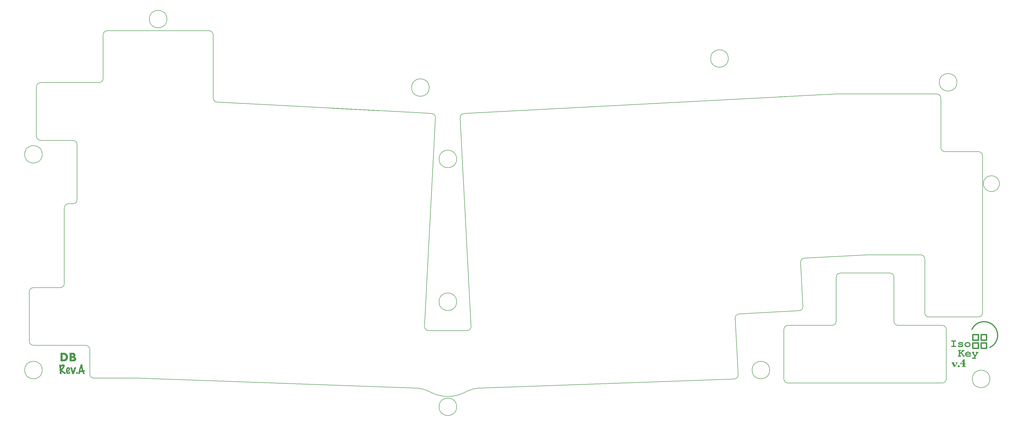
<source format=gbr>
%TF.GenerationSoftware,KiCad,Pcbnew,7.0.7*%
%TF.CreationDate,2023-12-22T23:47:26+01:00*%
%TF.ProjectId,isokey_frame,69736f6b-6579-45f6-9672-616d652e6b69,A*%
%TF.SameCoordinates,Original*%
%TF.FileFunction,Legend,Top*%
%TF.FilePolarity,Positive*%
%FSLAX46Y46*%
G04 Gerber Fmt 4.6, Leading zero omitted, Abs format (unit mm)*
G04 Created by KiCad (PCBNEW 7.0.7) date 2023-12-22 23:47:26*
%MOMM*%
%LPD*%
G01*
G04 APERTURE LIST*
%ADD10C,0.200000*%
%ADD11C,0.450000*%
%ADD12C,0.500000*%
%ADD13C,0.300000*%
G04 APERTURE END LIST*
D10*
X51974266Y-142083441D02*
X53605566Y-142083441D01*
X310064852Y-103186431D02*
X331282051Y-102074485D01*
X312250791Y-205851574D02*
X312250791Y-187852574D01*
X76962291Y-205579231D02*
X61236766Y-205579231D01*
X363500023Y-181809477D02*
G75*
G03*
X365000000Y-183309477I1499977J-23D01*
G01*
X106050295Y-105079146D02*
X176938303Y-108794229D01*
X195921497Y-109168458D02*
G75*
G03*
X194502056Y-110744879I78503J-1497942D01*
G01*
X370851556Y-123080667D02*
X383000234Y-123082565D01*
X64578799Y-96483441D02*
X64578799Y-80572887D01*
X383000000Y-183309477D02*
X365000000Y-183309477D01*
X369850791Y-207351574D02*
X313750791Y-207351574D01*
X196983806Y-188260506D02*
G75*
G03*
X198481749Y-186681973I-6J1500006D01*
G01*
X181518280Y-186681975D02*
G75*
G03*
X183016194Y-188260477I1497920J-78525D01*
G01*
X371350826Y-187852574D02*
G75*
G03*
X369850791Y-186352574I-1500026J-26D01*
G01*
X185497970Y-110744880D02*
G75*
G03*
X184078504Y-109168432I-1497970J78480D01*
G01*
X40318059Y-117482441D02*
G75*
G03*
X41818066Y-118982441I1500041J41D01*
G01*
X104628813Y-80572887D02*
G75*
G03*
X103128799Y-79072887I-1500013J-13D01*
G01*
X106050295Y-105079146D02*
X176938303Y-108794229D01*
X51974266Y-142083466D02*
G75*
G03*
X50474266Y-143583441I34J-1500034D01*
G01*
X294163185Y-205893160D02*
X201727906Y-209162980D01*
X313750791Y-186352591D02*
G75*
G03*
X312250791Y-187852574I9J-1500009D01*
G01*
X319729840Y-161860095D02*
G75*
G03*
X318310396Y-163436463I78460J-1497905D01*
G01*
X332800791Y-167302574D02*
X350800791Y-167302574D01*
X59736769Y-204079231D02*
G75*
G03*
X61236766Y-205579231I1500131J131D01*
G01*
X363500064Y-162154736D02*
G75*
G03*
X362000000Y-160654736I-1500064J-64D01*
G01*
D11*
X387199971Y-194399940D02*
G75*
G03*
X380623528Y-187823528I-2111181J4465252D01*
G01*
D10*
X176938303Y-108794229D02*
X184078504Y-109168431D01*
X307085170Y-202625924D02*
G75*
G03*
X307085170Y-202625924I-3200000J0D01*
G01*
X292020275Y-89191583D02*
G75*
G03*
X292020275Y-89191583I-3200000J0D01*
G01*
X294163184Y-205893120D02*
G75*
G03*
X295608100Y-204315593I-52984J1499020D01*
G01*
X312250826Y-205851574D02*
G75*
G03*
X313750791Y-207351574I1499974J-26D01*
G01*
X193200000Y-216000000D02*
G75*
G03*
X193200000Y-216000000I-3200000J0D01*
G01*
X387200000Y-205851574D02*
G75*
G03*
X387200000Y-205851574I-3200000J0D01*
G01*
X87803799Y-74822887D02*
G75*
G03*
X87803799Y-74822887I-3200000J0D01*
G01*
X37745566Y-192109641D02*
X37745566Y-174110641D01*
X198481750Y-186681973D02*
X194502056Y-110744879D01*
D12*
X381000000Y-192750000D02*
X383000000Y-192750000D01*
X383000000Y-194750000D01*
X381000000Y-194750000D01*
X381000000Y-192750000D01*
D10*
X185497944Y-110744879D02*
X181518250Y-186681973D01*
X201727906Y-209162976D02*
G75*
G03*
X196429003Y-210608166I424294J-11992724D01*
G01*
X352300791Y-168802574D02*
X352300791Y-184852574D01*
X198481750Y-186681973D02*
X194502056Y-110744879D01*
X183570987Y-210608184D02*
G75*
G03*
X178272094Y-209162980I-5723087J-10547016D01*
G01*
X383000000Y-183309500D02*
G75*
G03*
X384500000Y-181809477I0J1500000D01*
G01*
X41818066Y-97983366D02*
G75*
G03*
X40318066Y-99483441I34J-1500034D01*
G01*
X390650000Y-134759979D02*
G75*
G03*
X390650000Y-134759979I-2900000J0D01*
G01*
X369351733Y-121580667D02*
G75*
G03*
X370851556Y-123080667I1500067J67D01*
G01*
X384500000Y-124582565D02*
X384500000Y-181809477D01*
X342727925Y-160654736D02*
X319729836Y-161860015D01*
X318310395Y-163436463D02*
X319150382Y-179464367D01*
X48974266Y-172610666D02*
G75*
G03*
X50474266Y-171110641I34J1499966D01*
G01*
X55105659Y-120482441D02*
G75*
G03*
X53605566Y-118982441I-1499959J41D01*
G01*
D12*
X384000000Y-192750000D02*
X386000000Y-192750000D01*
X386000000Y-194750000D01*
X384000000Y-194750000D01*
X384000000Y-192750000D01*
D10*
X53605566Y-142083466D02*
G75*
G03*
X55105566Y-140583441I34J1499966D01*
G01*
X53605566Y-118982441D02*
X41818066Y-118982441D01*
X331300791Y-184852574D02*
X331300791Y-168802574D01*
X58236766Y-193609641D02*
X39245566Y-193609641D01*
X183016194Y-188260477D02*
X196983806Y-188260477D01*
X40318066Y-117482441D02*
X40318066Y-99483441D01*
X41818066Y-97983441D02*
X63078799Y-97983441D01*
X317730942Y-181040816D02*
X295950203Y-182182296D01*
X195921496Y-109168431D02*
X313759781Y-102992788D01*
X352300826Y-184852574D02*
G75*
G03*
X353800791Y-186352574I1499974J-26D01*
G01*
X55105566Y-140583441D02*
X55105566Y-120482441D01*
D12*
X384000000Y-189750000D02*
X386000000Y-189750000D01*
X386000000Y-191750000D01*
X384000000Y-191750000D01*
X384000000Y-189750000D01*
D10*
X332800791Y-167302591D02*
G75*
G03*
X331300791Y-168802574I9J-1500009D01*
G01*
X369351802Y-103580198D02*
G75*
G03*
X367852025Y-102080198I-1500002J-2D01*
G01*
X371350791Y-187852574D02*
X371350791Y-205851574D01*
X39245566Y-172610636D02*
G75*
G03*
X37745566Y-174110641I-6J-1499994D01*
G01*
X294530762Y-183758744D02*
X295608101Y-204315593D01*
X291040959Y-104183431D02*
X309016291Y-103241384D01*
X37745559Y-192109641D02*
G75*
G03*
X39245566Y-193609641I1500041J41D01*
G01*
X50474266Y-171110641D02*
X50474266Y-143583441D01*
X59736766Y-204079231D02*
X59736766Y-195109641D01*
X183200000Y-99759977D02*
G75*
G03*
X183200000Y-99759977I-3200000J0D01*
G01*
X295950201Y-182182260D02*
G75*
G03*
X294530763Y-183758744I78499J-1497940D01*
G01*
X369351791Y-103580198D02*
X369351791Y-121580667D01*
X375200000Y-97866120D02*
G75*
G03*
X375200000Y-97866120I-3200000J0D01*
G01*
X193200000Y-177759977D02*
G75*
G03*
X193200000Y-177759977I-3200000J0D01*
G01*
X104628799Y-80572887D02*
X104628799Y-103581201D01*
X42445566Y-202625924D02*
G75*
G03*
X42445566Y-202625924I-3200000J0D01*
G01*
X63078799Y-97983399D02*
G75*
G03*
X64578799Y-96483441I101J1499899D01*
G01*
X331282051Y-102074485D02*
X367852025Y-102080198D01*
X104628799Y-103581201D02*
G75*
G03*
X106050295Y-105079145I1500001J1D01*
G01*
X329800791Y-186352591D02*
G75*
G03*
X331300791Y-184852574I9J1499991D01*
G01*
X183570997Y-210608166D02*
G75*
G03*
X196429003Y-210608166I6429003J11848187D01*
G01*
X363500000Y-181809477D02*
X363500000Y-162154736D01*
X66078799Y-79072887D02*
X103128799Y-79072887D01*
X39245566Y-172610641D02*
X48974266Y-172610641D01*
X317730940Y-181040775D02*
G75*
G03*
X319150381Y-179464367I-78540J1497975D01*
G01*
X178272094Y-209162980D02*
X76962291Y-205579231D01*
D12*
X381000000Y-189750000D02*
X383000000Y-189750000D01*
X383000000Y-191750000D01*
X381000000Y-191750000D01*
X381000000Y-189750000D01*
D10*
X352300826Y-168802574D02*
G75*
G03*
X350800791Y-167302574I-1500026J-26D01*
G01*
X147079280Y-107229384D02*
X165054611Y-108171431D01*
X59736859Y-195109641D02*
G75*
G03*
X58236766Y-193609641I-1499959J41D01*
G01*
X384500035Y-124582565D02*
G75*
G03*
X383000234Y-123082565I-1500035J-35D01*
G01*
X193200000Y-125759979D02*
G75*
G03*
X193200000Y-125759979I-3200000J0D01*
G01*
X42445566Y-124080117D02*
G75*
G03*
X42445566Y-124080117I-3200000J0D01*
G01*
X362000000Y-160654736D02*
X342727925Y-160654736D01*
X369850791Y-207351591D02*
G75*
G03*
X371350791Y-205851574I9J1499991D01*
G01*
X353800791Y-186352574D02*
X369850791Y-186352574D01*
X313750791Y-186352574D02*
X329800791Y-186352574D01*
X66078799Y-79072899D02*
G75*
G03*
X64578799Y-80572887I1J-1500001D01*
G01*
D13*
G36*
X376326517Y-196779392D02*
G01*
X376326517Y-197317948D01*
X376478925Y-197317948D01*
X376515653Y-197318864D01*
X376549633Y-197321612D01*
X376580866Y-197326191D01*
X376616042Y-197334491D01*
X376646926Y-197345654D01*
X376673516Y-197359679D01*
X376695812Y-197376566D01*
X376717975Y-197399561D01*
X376735552Y-197425132D01*
X376748543Y-197453279D01*
X376756950Y-197484002D01*
X376760771Y-197517302D01*
X376761025Y-197528974D01*
X376758733Y-197563157D01*
X376751855Y-197594816D01*
X376740392Y-197623951D01*
X376724343Y-197650561D01*
X376703709Y-197674646D01*
X376695812Y-197682114D01*
X376668541Y-197701786D01*
X376641093Y-197715070D01*
X376609351Y-197725528D01*
X376573315Y-197733160D01*
X376541396Y-197737230D01*
X376506728Y-197739491D01*
X376478925Y-197740000D01*
X375837787Y-197740000D01*
X375801048Y-197739095D01*
X375767033Y-197736382D01*
X375735743Y-197731859D01*
X375700463Y-197723663D01*
X375669440Y-197712640D01*
X375642675Y-197698790D01*
X375620167Y-197682114D01*
X375598254Y-197658870D01*
X375580874Y-197633101D01*
X375568029Y-197604808D01*
X375559717Y-197573991D01*
X375555939Y-197540649D01*
X375555687Y-197528974D01*
X375558005Y-197494816D01*
X375564960Y-197463234D01*
X375576552Y-197434228D01*
X375592781Y-197407799D01*
X375613647Y-197383945D01*
X375621632Y-197376566D01*
X375649324Y-197356645D01*
X375676927Y-197343193D01*
X375708644Y-197332602D01*
X375744475Y-197324874D01*
X375776103Y-197320753D01*
X375810364Y-197318463D01*
X375837787Y-197317948D01*
X375903733Y-197317948D01*
X375903733Y-195770425D01*
X375837787Y-195770425D01*
X375801048Y-195769521D01*
X375767033Y-195766807D01*
X375735743Y-195762285D01*
X375700463Y-195754088D01*
X375669440Y-195743065D01*
X375642675Y-195729216D01*
X375620167Y-195712540D01*
X375598254Y-195689296D01*
X375580874Y-195663527D01*
X375568029Y-195635234D01*
X375559717Y-195604416D01*
X375555939Y-195571074D01*
X375555687Y-195559399D01*
X375557954Y-195525242D01*
X375564754Y-195493660D01*
X375576089Y-195464654D01*
X375591957Y-195438224D01*
X375612359Y-195414371D01*
X375620167Y-195406992D01*
X375647687Y-195387071D01*
X375675304Y-195373618D01*
X375707178Y-195363028D01*
X375743310Y-195355300D01*
X375775281Y-195351179D01*
X375809977Y-195348889D01*
X375837787Y-195348374D01*
X376478925Y-195348374D01*
X376515653Y-195349289D01*
X376549633Y-195352037D01*
X376580866Y-195356617D01*
X376616042Y-195364917D01*
X376646926Y-195376080D01*
X376673516Y-195390105D01*
X376695812Y-195406992D01*
X376717975Y-195429987D01*
X376735552Y-195455558D01*
X376748543Y-195483705D01*
X376756950Y-195514428D01*
X376760771Y-195547727D01*
X376761025Y-195559399D01*
X376758733Y-195593583D01*
X376751855Y-195625242D01*
X376740392Y-195654376D01*
X376724343Y-195680987D01*
X376703709Y-195705072D01*
X376695812Y-195712540D01*
X376668541Y-195732212D01*
X376641093Y-195745496D01*
X376609351Y-195755954D01*
X376573315Y-195763585D01*
X376541396Y-195767655D01*
X376506728Y-195769916D01*
X376478925Y-195770425D01*
X376326517Y-195770425D01*
X376326517Y-196286266D01*
X377076831Y-195770425D01*
X377046423Y-195767540D01*
X377018345Y-195757397D01*
X376994760Y-195737562D01*
X376985973Y-195724263D01*
X376973930Y-195694118D01*
X376967288Y-195665462D01*
X376963031Y-195632248D01*
X376961279Y-195600151D01*
X376961060Y-195582847D01*
X376963327Y-195548277D01*
X376970128Y-195515459D01*
X376981462Y-195484392D01*
X376997330Y-195455077D01*
X377017732Y-195427514D01*
X377025540Y-195418715D01*
X377048048Y-195398451D01*
X377074813Y-195381621D01*
X377105836Y-195368226D01*
X377141117Y-195358265D01*
X377172407Y-195352770D01*
X377206421Y-195349473D01*
X377243161Y-195348374D01*
X377674005Y-195348374D01*
X377710745Y-195349289D01*
X377744759Y-195352037D01*
X377776049Y-195356617D01*
X377811329Y-195364917D01*
X377842352Y-195376080D01*
X377869118Y-195390105D01*
X377891625Y-195406992D01*
X377913788Y-195429987D01*
X377931365Y-195455558D01*
X377944356Y-195483705D01*
X377952762Y-195514428D01*
X377956584Y-195547727D01*
X377956838Y-195559399D01*
X377954546Y-195593583D01*
X377947668Y-195625242D01*
X377936205Y-195654376D01*
X377920156Y-195680987D01*
X377899522Y-195705072D01*
X377891625Y-195712540D01*
X377864620Y-195732212D01*
X377838220Y-195745496D01*
X377808278Y-195755954D01*
X377774793Y-195763585D01*
X377745455Y-195767655D01*
X377713851Y-195769916D01*
X377688660Y-195770425D01*
X376930286Y-196317041D01*
X376956744Y-196332935D01*
X376982996Y-196349842D01*
X377009042Y-196367762D01*
X377034883Y-196386696D01*
X377060517Y-196406642D01*
X377085945Y-196427603D01*
X377111167Y-196449576D01*
X377136182Y-196472562D01*
X377160992Y-196496562D01*
X377185596Y-196521575D01*
X377209993Y-196547601D01*
X377234185Y-196574641D01*
X377258170Y-196602693D01*
X377281950Y-196631759D01*
X377305523Y-196661838D01*
X377328890Y-196692930D01*
X377352080Y-196724910D01*
X377374937Y-196757834D01*
X377397463Y-196791703D01*
X377419657Y-196826516D01*
X377441518Y-196862274D01*
X377463048Y-196898976D01*
X377484246Y-196936623D01*
X377505111Y-196975214D01*
X377525645Y-197014750D01*
X377545846Y-197055230D01*
X377565716Y-197096655D01*
X377585253Y-197139025D01*
X377604459Y-197182339D01*
X377623332Y-197226597D01*
X377641874Y-197271800D01*
X377660083Y-197317948D01*
X377772923Y-197317948D01*
X377809308Y-197318864D01*
X377842991Y-197321612D01*
X377873971Y-197326191D01*
X377908898Y-197334491D01*
X377939602Y-197345654D01*
X377966085Y-197359679D01*
X377988346Y-197376566D01*
X378010508Y-197399561D01*
X378028085Y-197425132D01*
X378041076Y-197453279D01*
X378049483Y-197484002D01*
X378053304Y-197517302D01*
X378053558Y-197528974D01*
X378051292Y-197563157D01*
X378044491Y-197594816D01*
X378033157Y-197623951D01*
X378017288Y-197650561D01*
X377996886Y-197674646D01*
X377989078Y-197682114D01*
X377962056Y-197701786D01*
X377934776Y-197715070D01*
X377903166Y-197725528D01*
X377867227Y-197733160D01*
X377835359Y-197737230D01*
X377800721Y-197739491D01*
X377772923Y-197740000D01*
X377389706Y-197740000D01*
X377373123Y-197699081D01*
X377356344Y-197658392D01*
X377339371Y-197617932D01*
X377322204Y-197577700D01*
X377304842Y-197537698D01*
X377287285Y-197497924D01*
X377269533Y-197458380D01*
X377251587Y-197419064D01*
X377233446Y-197379978D01*
X377215111Y-197341120D01*
X377196581Y-197302492D01*
X377177856Y-197264092D01*
X377158937Y-197225922D01*
X377139823Y-197187980D01*
X377120515Y-197150268D01*
X377101011Y-197112784D01*
X377085126Y-197082982D01*
X377069344Y-197054211D01*
X377053665Y-197026471D01*
X377038088Y-196999760D01*
X377022615Y-196974081D01*
X376999599Y-196937493D01*
X376976814Y-196903224D01*
X376954261Y-196871273D01*
X376931940Y-196841640D01*
X376909851Y-196814326D01*
X376887993Y-196789330D01*
X376866368Y-196766653D01*
X376859211Y-196759609D01*
X376837386Y-196739250D01*
X376814775Y-196719664D01*
X376791378Y-196700850D01*
X376767196Y-196682810D01*
X376742228Y-196665542D01*
X376716475Y-196649047D01*
X376689936Y-196633325D01*
X376662611Y-196618375D01*
X376634500Y-196604199D01*
X376605604Y-196590795D01*
X376585903Y-196582288D01*
X376326517Y-196779392D01*
G37*
G36*
X379274762Y-195911441D02*
G01*
X379306421Y-195912437D01*
X379337754Y-195914097D01*
X379368760Y-195916421D01*
X379399441Y-195919410D01*
X379429794Y-195923062D01*
X379459822Y-195927378D01*
X379489523Y-195932358D01*
X379518898Y-195938002D01*
X379547947Y-195944311D01*
X379576669Y-195951283D01*
X379605065Y-195958920D01*
X379647048Y-195971619D01*
X379688296Y-195985813D01*
X379715387Y-195996106D01*
X379754806Y-196012027D01*
X379792280Y-196028194D01*
X379827810Y-196044605D01*
X379861394Y-196061261D01*
X379893034Y-196078162D01*
X379922729Y-196095307D01*
X379950479Y-196112697D01*
X379976284Y-196130332D01*
X380000144Y-196148212D01*
X380028932Y-196172432D01*
X380035589Y-196178555D01*
X380063021Y-196205800D01*
X380089539Y-196234231D01*
X380115142Y-196263846D01*
X380139831Y-196294647D01*
X380163606Y-196326632D01*
X380186465Y-196359802D01*
X380208411Y-196394157D01*
X380229442Y-196429698D01*
X380249558Y-196466423D01*
X380268760Y-196504333D01*
X380281053Y-196530265D01*
X380292838Y-196558148D01*
X380303464Y-196586842D01*
X380312931Y-196616348D01*
X380321239Y-196646665D01*
X380328387Y-196677794D01*
X380334376Y-196709735D01*
X380339206Y-196742486D01*
X380342877Y-196776049D01*
X380345389Y-196810424D01*
X380346741Y-196845610D01*
X380346999Y-196869518D01*
X380346999Y-197036580D01*
X378614096Y-197036580D01*
X378627356Y-197063699D01*
X378642406Y-197089826D01*
X378659247Y-197114961D01*
X378677878Y-197139105D01*
X378698299Y-197162257D01*
X378720510Y-197184417D01*
X378744512Y-197205585D01*
X378770304Y-197225761D01*
X378797887Y-197244946D01*
X378827260Y-197263139D01*
X378847836Y-197274717D01*
X378880341Y-197290823D01*
X378914932Y-197305346D01*
X378951610Y-197318283D01*
X378990375Y-197329637D01*
X379031226Y-197339407D01*
X379074163Y-197347592D01*
X379103948Y-197352169D01*
X379134659Y-197356041D01*
X379166298Y-197359210D01*
X379198865Y-197361674D01*
X379232358Y-197363434D01*
X379266779Y-197364490D01*
X379302128Y-197364842D01*
X379332133Y-197364453D01*
X379363345Y-197363285D01*
X379395765Y-197361339D01*
X379429394Y-197358614D01*
X379464230Y-197355111D01*
X379500274Y-197350829D01*
X379537526Y-197345769D01*
X379575985Y-197339930D01*
X379615653Y-197333312D01*
X379656528Y-197325916D01*
X379698611Y-197317742D01*
X379741902Y-197308789D01*
X379786401Y-197299057D01*
X379832108Y-197288547D01*
X379879023Y-197277259D01*
X379927145Y-197265191D01*
X379956364Y-197257858D01*
X379992617Y-197249203D01*
X380025778Y-197241830D01*
X380055849Y-197235739D01*
X380089090Y-197229929D01*
X380122604Y-197225601D01*
X380149162Y-197224159D01*
X380180057Y-197226271D01*
X380208994Y-197232608D01*
X380240279Y-197245340D01*
X380268900Y-197263823D01*
X380291311Y-197284242D01*
X380310983Y-197307581D01*
X380326585Y-197333083D01*
X380338117Y-197360750D01*
X380345579Y-197390580D01*
X380348971Y-197422573D01*
X380349197Y-197433719D01*
X380347033Y-197463618D01*
X380339039Y-197496286D01*
X380325154Y-197526569D01*
X380305379Y-197554469D01*
X380287648Y-197572937D01*
X380263250Y-197591874D01*
X380231457Y-197610581D01*
X380202758Y-197624462D01*
X380169899Y-197638213D01*
X380132880Y-197651836D01*
X380091700Y-197665330D01*
X380061936Y-197674254D01*
X380030323Y-197683121D01*
X379996860Y-197691931D01*
X379961549Y-197700684D01*
X379924389Y-197709379D01*
X379885380Y-197718018D01*
X379845543Y-197726358D01*
X379805902Y-197734161D01*
X379766455Y-197741425D01*
X379727202Y-197748151D01*
X379688144Y-197754339D01*
X379649281Y-197759989D01*
X379610612Y-197765101D01*
X379572138Y-197769675D01*
X379533859Y-197773711D01*
X379495774Y-197777208D01*
X379457884Y-197780168D01*
X379420189Y-197782589D01*
X379382688Y-197784473D01*
X379345382Y-197785818D01*
X379308270Y-197786625D01*
X379271353Y-197786894D01*
X379239906Y-197786632D01*
X379208854Y-197785844D01*
X379178197Y-197784531D01*
X379147934Y-197782692D01*
X379118067Y-197780329D01*
X379088595Y-197777440D01*
X379030835Y-197770087D01*
X378974655Y-197760633D01*
X378920056Y-197749078D01*
X378867036Y-197735423D01*
X378815596Y-197719666D01*
X378765736Y-197701809D01*
X378717456Y-197681851D01*
X378670756Y-197659791D01*
X378625636Y-197635631D01*
X378582096Y-197609371D01*
X378540136Y-197581009D01*
X378499756Y-197550546D01*
X378460956Y-197517983D01*
X378424133Y-197483794D01*
X378389686Y-197448637D01*
X378357615Y-197412513D01*
X378327920Y-197375421D01*
X378300600Y-197337362D01*
X378275655Y-197298336D01*
X378253087Y-197258342D01*
X378232894Y-197217381D01*
X378215076Y-197175452D01*
X378199635Y-197132556D01*
X378186569Y-197088693D01*
X378175878Y-197043862D01*
X378167564Y-196998063D01*
X378161624Y-196951297D01*
X378158061Y-196903564D01*
X378156873Y-196854863D01*
X378158155Y-196803175D01*
X378162002Y-196752705D01*
X378168414Y-196703455D01*
X378176269Y-196661423D01*
X378626552Y-196661423D01*
X379879518Y-196661423D01*
X379860855Y-196631245D01*
X379841136Y-196602536D01*
X379820360Y-196575295D01*
X379798529Y-196549522D01*
X379775641Y-196525217D01*
X379751697Y-196502381D01*
X379726697Y-196481013D01*
X379700641Y-196461113D01*
X379673528Y-196442682D01*
X379645360Y-196425719D01*
X379625994Y-196415226D01*
X379596072Y-196400560D01*
X379565106Y-196387337D01*
X379533097Y-196375556D01*
X379500045Y-196365218D01*
X379465949Y-196356322D01*
X379430810Y-196348869D01*
X379394628Y-196342858D01*
X379357403Y-196338290D01*
X379319135Y-196335164D01*
X379279823Y-196333481D01*
X379253035Y-196333161D01*
X379213421Y-196333882D01*
X379174811Y-196336046D01*
X379137205Y-196339652D01*
X379100605Y-196344701D01*
X379065009Y-196351193D01*
X379030417Y-196359127D01*
X378996831Y-196368503D01*
X378964248Y-196379323D01*
X378932671Y-196391584D01*
X378902098Y-196405289D01*
X378882274Y-196415226D01*
X378853382Y-196431210D01*
X378825508Y-196448663D01*
X378798651Y-196467583D01*
X378772812Y-196487973D01*
X378747990Y-196509830D01*
X378724185Y-196533156D01*
X378701399Y-196557950D01*
X378679629Y-196584212D01*
X378658877Y-196611942D01*
X378639143Y-196641141D01*
X378626552Y-196661423D01*
X378176269Y-196661423D01*
X378177390Y-196655424D01*
X378188930Y-196608612D01*
X378203035Y-196563020D01*
X378219705Y-196518647D01*
X378238939Y-196475493D01*
X378260737Y-196433559D01*
X378285101Y-196392844D01*
X378312028Y-196353348D01*
X378341521Y-196315071D01*
X378373578Y-196278014D01*
X378408199Y-196242176D01*
X378445385Y-196207558D01*
X378485136Y-196174159D01*
X378526649Y-196142305D01*
X378568941Y-196112506D01*
X378612012Y-196084763D01*
X378655861Y-196059074D01*
X378700489Y-196035441D01*
X378745895Y-196013863D01*
X378792080Y-195994340D01*
X378839043Y-195976871D01*
X378886785Y-195961458D01*
X378935306Y-195948100D01*
X378984605Y-195936797D01*
X379034682Y-195927550D01*
X379085538Y-195920357D01*
X379137172Y-195915219D01*
X379189585Y-195912137D01*
X379242777Y-195911109D01*
X379274762Y-195911441D01*
G37*
G36*
X381571388Y-197693105D02*
G01*
X380840125Y-196380055D01*
X380809056Y-196378642D01*
X380774984Y-196373215D01*
X380744415Y-196363718D01*
X380717350Y-196350152D01*
X380693788Y-196332515D01*
X380683321Y-196322170D01*
X380665143Y-196298926D01*
X380650726Y-196273157D01*
X380640070Y-196244864D01*
X380633175Y-196214047D01*
X380630041Y-196180705D01*
X380629832Y-196169030D01*
X380632099Y-196134872D01*
X380638900Y-196103290D01*
X380650234Y-196074284D01*
X380666102Y-196047855D01*
X380686504Y-196024001D01*
X380694312Y-196016622D01*
X380721832Y-195996701D01*
X380749449Y-195983248D01*
X380781324Y-195972658D01*
X380817456Y-195964930D01*
X380849427Y-195960809D01*
X380884122Y-195958519D01*
X380911933Y-195958004D01*
X381297348Y-195958004D01*
X381334087Y-195958920D01*
X381368102Y-195961667D01*
X381399392Y-195966247D01*
X381434672Y-195974547D01*
X381465695Y-195985710D01*
X381492460Y-195999735D01*
X381514968Y-196016622D01*
X381537130Y-196039617D01*
X381554707Y-196065188D01*
X381567699Y-196093335D01*
X381576105Y-196124058D01*
X381579926Y-196157357D01*
X381580181Y-196169030D01*
X381577888Y-196203213D01*
X381571010Y-196234872D01*
X381559547Y-196264007D01*
X381543499Y-196290617D01*
X381522865Y-196314702D01*
X381514968Y-196322170D01*
X381487886Y-196341842D01*
X381461303Y-196355126D01*
X381431071Y-196365584D01*
X381397189Y-196373215D01*
X381367456Y-196377285D01*
X381335388Y-196379547D01*
X381309804Y-196380055D01*
X381808792Y-197263726D01*
X382303384Y-196380055D01*
X382270423Y-196379151D01*
X382239682Y-196376437D01*
X382204381Y-196370502D01*
X382172549Y-196361740D01*
X382144188Y-196350152D01*
X382114736Y-196332515D01*
X382101884Y-196322170D01*
X382079970Y-196298926D01*
X382062591Y-196273157D01*
X382049745Y-196244864D01*
X382041434Y-196214047D01*
X382037655Y-196180705D01*
X382037404Y-196169030D01*
X382039670Y-196134872D01*
X382046471Y-196103290D01*
X382057805Y-196074284D01*
X382073674Y-196047855D01*
X382094076Y-196024001D01*
X382101884Y-196016622D01*
X382129404Y-195996701D01*
X382157021Y-195983248D01*
X382188895Y-195972658D01*
X382225027Y-195964930D01*
X382256998Y-195960809D01*
X382291694Y-195958519D01*
X382319504Y-195958004D01*
X382717376Y-195958004D01*
X382753600Y-195958920D01*
X382787168Y-195961667D01*
X382818080Y-195966247D01*
X382852985Y-195974547D01*
X382883739Y-195985710D01*
X382910344Y-195999735D01*
X382932798Y-196016622D01*
X382954960Y-196039617D01*
X382972537Y-196065188D01*
X382985529Y-196093335D01*
X382993935Y-196124058D01*
X382997756Y-196157357D01*
X382998011Y-196169030D01*
X382996053Y-196203213D01*
X382990180Y-196234872D01*
X382980391Y-196264007D01*
X382966687Y-196290617D01*
X382949067Y-196314702D01*
X382942323Y-196322170D01*
X382919560Y-196341842D01*
X382893036Y-196357444D01*
X382862751Y-196368976D01*
X382828705Y-196376437D01*
X382797460Y-196379547D01*
X382777459Y-196380055D01*
X381808792Y-198115157D01*
X381846665Y-198115157D01*
X381881149Y-198115157D01*
X381912244Y-198115157D01*
X381946348Y-198115157D01*
X381980282Y-198115157D01*
X382010235Y-198115157D01*
X382016887Y-198115157D01*
X382040071Y-198143939D01*
X382060164Y-198172035D01*
X382077166Y-198199443D01*
X382091076Y-198226165D01*
X382104117Y-198258601D01*
X382112328Y-198289964D01*
X382115709Y-198320253D01*
X382115806Y-198326182D01*
X382113513Y-198360340D01*
X382106635Y-198391922D01*
X382095172Y-198420928D01*
X382079123Y-198447357D01*
X382058490Y-198471211D01*
X382050593Y-198478590D01*
X382023296Y-198498511D01*
X381995786Y-198511963D01*
X381963948Y-198522554D01*
X381927780Y-198530282D01*
X381895729Y-198534403D01*
X381860907Y-198536693D01*
X381832972Y-198537208D01*
X380911933Y-198537208D01*
X380875193Y-198536292D01*
X380841178Y-198533545D01*
X380809889Y-198528965D01*
X380774608Y-198520665D01*
X380743585Y-198509502D01*
X380716820Y-198495477D01*
X380694312Y-198478590D01*
X380672399Y-198455595D01*
X380655020Y-198430024D01*
X380642174Y-198401877D01*
X380633862Y-198371154D01*
X380630084Y-198337854D01*
X380629832Y-198326182D01*
X380632099Y-198291999D01*
X380638900Y-198260340D01*
X380650234Y-198231205D01*
X380666102Y-198204595D01*
X380686504Y-198180510D01*
X380694312Y-198173042D01*
X380721832Y-198153370D01*
X380749449Y-198140086D01*
X380781324Y-198129628D01*
X380817456Y-198121997D01*
X380849427Y-198117926D01*
X380884122Y-198115665D01*
X380911933Y-198115157D01*
X381332519Y-198115157D01*
X381571388Y-197693105D01*
G37*
G36*
X50331803Y-196306680D02*
G01*
X50371631Y-196308226D01*
X50411144Y-196310802D01*
X50450342Y-196314408D01*
X50489225Y-196319045D01*
X50527794Y-196324712D01*
X50566047Y-196331410D01*
X50603986Y-196339138D01*
X50641610Y-196347896D01*
X50678919Y-196357685D01*
X50715913Y-196368504D01*
X50752592Y-196380354D01*
X50788957Y-196393234D01*
X50825007Y-196407144D01*
X50860741Y-196422085D01*
X50896161Y-196438056D01*
X50931235Y-196454789D01*
X50965748Y-196472197D01*
X50999699Y-196490280D01*
X51033090Y-196509039D01*
X51065920Y-196528474D01*
X51098188Y-196548584D01*
X51129896Y-196569369D01*
X51161043Y-196590830D01*
X51191628Y-196612966D01*
X51221653Y-196635778D01*
X51251117Y-196659266D01*
X51280020Y-196683428D01*
X51308361Y-196708267D01*
X51336142Y-196733781D01*
X51363362Y-196759970D01*
X51390020Y-196786835D01*
X51416138Y-196814232D01*
X51441552Y-196842202D01*
X51466261Y-196870744D01*
X51490267Y-196899858D01*
X51513568Y-196929545D01*
X51536165Y-196959805D01*
X51558059Y-196990636D01*
X51579248Y-197022041D01*
X51599732Y-197054017D01*
X51619513Y-197086567D01*
X51638590Y-197119688D01*
X51656963Y-197153382D01*
X51674631Y-197187649D01*
X51691595Y-197222488D01*
X51707856Y-197257899D01*
X51723412Y-197293883D01*
X51738141Y-197330256D01*
X51751920Y-197366835D01*
X51764748Y-197403621D01*
X51776626Y-197440612D01*
X51787554Y-197477809D01*
X51797532Y-197515213D01*
X51806559Y-197552822D01*
X51814637Y-197590638D01*
X51821764Y-197628660D01*
X51827940Y-197666888D01*
X51833167Y-197705321D01*
X51837443Y-197743961D01*
X51840769Y-197782808D01*
X51843144Y-197821860D01*
X51844570Y-197861118D01*
X51845045Y-197900582D01*
X51844578Y-197939603D01*
X51843179Y-197978446D01*
X51840846Y-198017112D01*
X51837580Y-198055600D01*
X51833381Y-198093911D01*
X51828249Y-198132044D01*
X51822184Y-198170000D01*
X51815186Y-198207779D01*
X51807255Y-198245380D01*
X51798391Y-198282803D01*
X51788593Y-198320049D01*
X51777863Y-198357118D01*
X51766199Y-198394009D01*
X51753603Y-198430723D01*
X51740073Y-198467259D01*
X51725610Y-198503618D01*
X51710320Y-198539524D01*
X51694309Y-198574887D01*
X51677576Y-198609706D01*
X51660122Y-198643981D01*
X51641947Y-198677712D01*
X51623051Y-198710900D01*
X51603433Y-198743543D01*
X51583094Y-198775643D01*
X51562034Y-198807199D01*
X51540253Y-198838211D01*
X51517750Y-198868680D01*
X51494526Y-198898604D01*
X51470581Y-198927985D01*
X51445914Y-198956822D01*
X51420526Y-198985115D01*
X51394417Y-199012864D01*
X51367758Y-199039995D01*
X51340538Y-199066433D01*
X51312758Y-199092179D01*
X51284416Y-199117232D01*
X51255513Y-199141593D01*
X51226050Y-199165260D01*
X51196025Y-199188235D01*
X51165439Y-199210518D01*
X51134292Y-199232107D01*
X51102585Y-199253004D01*
X51070316Y-199273209D01*
X51037486Y-199292721D01*
X51004096Y-199311540D01*
X50970144Y-199329666D01*
X50935631Y-199347100D01*
X50900558Y-199363841D01*
X50865121Y-199379724D01*
X50829334Y-199394581D01*
X50793199Y-199408414D01*
X50756714Y-199421223D01*
X50719880Y-199433007D01*
X50682697Y-199443766D01*
X50645165Y-199453500D01*
X50607283Y-199462210D01*
X50569052Y-199469895D01*
X50530473Y-199476555D01*
X50491544Y-199482191D01*
X50452265Y-199486802D01*
X50412638Y-199490388D01*
X50372661Y-199492950D01*
X50332335Y-199494487D01*
X50291660Y-199495000D01*
X49078262Y-199495000D01*
X49078262Y-197009584D01*
X49880600Y-197009584D01*
X49880600Y-198791580D01*
X50074773Y-198791580D01*
X50115570Y-198790988D01*
X50155530Y-198789210D01*
X50194653Y-198786248D01*
X50232939Y-198782100D01*
X50270388Y-198776768D01*
X50306999Y-198770251D01*
X50342773Y-198762549D01*
X50377710Y-198753661D01*
X50411810Y-198743589D01*
X50445073Y-198732332D01*
X50466782Y-198724169D01*
X50498592Y-198711085D01*
X50529448Y-198697113D01*
X50559351Y-198682251D01*
X50588301Y-198666501D01*
X50616298Y-198649862D01*
X50643341Y-198632335D01*
X50669432Y-198613918D01*
X50694569Y-198594614D01*
X50718754Y-198574420D01*
X50741985Y-198553337D01*
X50756943Y-198538789D01*
X50778704Y-198516146D01*
X50799473Y-198492730D01*
X50819250Y-198468541D01*
X50838035Y-198443580D01*
X50855829Y-198417846D01*
X50872631Y-198391339D01*
X50888441Y-198364059D01*
X50903260Y-198336006D01*
X50917086Y-198307181D01*
X50929921Y-198277582D01*
X50937927Y-198257421D01*
X50949188Y-198226644D01*
X50959342Y-198195314D01*
X50968388Y-198163429D01*
X50976326Y-198130991D01*
X50983157Y-198097999D01*
X50988880Y-198064453D01*
X50993496Y-198030353D01*
X50997003Y-197995700D01*
X50999403Y-197960492D01*
X51000695Y-197924731D01*
X51000942Y-197900582D01*
X51000375Y-197865218D01*
X50998675Y-197830292D01*
X50995841Y-197795803D01*
X50991874Y-197761753D01*
X50986774Y-197728141D01*
X50980540Y-197694966D01*
X50973172Y-197662229D01*
X50964672Y-197629931D01*
X50955037Y-197598070D01*
X50944270Y-197566647D01*
X50936461Y-197545942D01*
X50923895Y-197515442D01*
X50910375Y-197485766D01*
X50895902Y-197456915D01*
X50880476Y-197428888D01*
X50864097Y-197401686D01*
X50846765Y-197375307D01*
X50828480Y-197349754D01*
X50809241Y-197325024D01*
X50789050Y-197301119D01*
X50767905Y-197278038D01*
X50753279Y-197263108D01*
X50730553Y-197241433D01*
X50706886Y-197220647D01*
X50682278Y-197200750D01*
X50656731Y-197181741D01*
X50630243Y-197163621D01*
X50602815Y-197146390D01*
X50574447Y-197130047D01*
X50545139Y-197114593D01*
X50514890Y-197100028D01*
X50483701Y-197086352D01*
X50462386Y-197077728D01*
X50429720Y-197065550D01*
X50396295Y-197054570D01*
X50362109Y-197044787D01*
X50327163Y-197036203D01*
X50291458Y-197028816D01*
X50254992Y-197022627D01*
X50217767Y-197017636D01*
X50179782Y-197013843D01*
X50141037Y-197011248D01*
X50101532Y-197009850D01*
X50074773Y-197009584D01*
X49880600Y-197009584D01*
X49078262Y-197009584D01*
X49078262Y-196306165D01*
X50291660Y-196306165D01*
X50331803Y-196306680D01*
G37*
G36*
X53654982Y-196306998D02*
G01*
X53706931Y-196309497D01*
X53757243Y-196313661D01*
X53805918Y-196319491D01*
X53852956Y-196326988D01*
X53898356Y-196336150D01*
X53942120Y-196346977D01*
X53984246Y-196359471D01*
X54024735Y-196373630D01*
X54063587Y-196389456D01*
X54100801Y-196406947D01*
X54136379Y-196426103D01*
X54170319Y-196446926D01*
X54202622Y-196469415D01*
X54233288Y-196493569D01*
X54262316Y-196519389D01*
X54289734Y-196546775D01*
X54315382Y-196575626D01*
X54339261Y-196605942D01*
X54361372Y-196637725D01*
X54381714Y-196670972D01*
X54400287Y-196705685D01*
X54417091Y-196741864D01*
X54432126Y-196779508D01*
X54445393Y-196818617D01*
X54456890Y-196859192D01*
X54466619Y-196901232D01*
X54474579Y-196944738D01*
X54480770Y-196989709D01*
X54485192Y-197036146D01*
X54487845Y-197084048D01*
X54488729Y-197133415D01*
X54488403Y-197163409D01*
X54487424Y-197192755D01*
X54484732Y-197235562D01*
X54480572Y-197276913D01*
X54474944Y-197316809D01*
X54467847Y-197355249D01*
X54459281Y-197392234D01*
X54449248Y-197427763D01*
X54437746Y-197461837D01*
X54424776Y-197494456D01*
X54410338Y-197525619D01*
X54405198Y-197535683D01*
X54388901Y-197565202D01*
X54371058Y-197593858D01*
X54351669Y-197621651D01*
X54330735Y-197648581D01*
X54308255Y-197674648D01*
X54284229Y-197699852D01*
X54258658Y-197724193D01*
X54231542Y-197747671D01*
X54202879Y-197770286D01*
X54172672Y-197792038D01*
X54151674Y-197806060D01*
X54185263Y-197812820D01*
X54217886Y-197820185D01*
X54249543Y-197828156D01*
X54280234Y-197836732D01*
X54309959Y-197845913D01*
X54338718Y-197855700D01*
X54366510Y-197866092D01*
X54402065Y-197880889D01*
X54435902Y-197896763D01*
X54460153Y-197909375D01*
X54491283Y-197927098D01*
X54520924Y-197945828D01*
X54549077Y-197965566D01*
X54575741Y-197986311D01*
X54600917Y-198008064D01*
X54624605Y-198030825D01*
X54646804Y-198054593D01*
X54667515Y-198079368D01*
X54686772Y-198104876D01*
X54704610Y-198131209D01*
X54721027Y-198158365D01*
X54736025Y-198186346D01*
X54749604Y-198215152D01*
X54761762Y-198244781D01*
X54772501Y-198275235D01*
X54781821Y-198306514D01*
X54790064Y-198338273D01*
X54797208Y-198370536D01*
X54803253Y-198403303D01*
X54808199Y-198436573D01*
X54812046Y-198470347D01*
X54814794Y-198504625D01*
X54816442Y-198539407D01*
X54816992Y-198574692D01*
X54816303Y-198616020D01*
X54814236Y-198656472D01*
X54810790Y-198696048D01*
X54805967Y-198734748D01*
X54799765Y-198772572D01*
X54792185Y-198809521D01*
X54783227Y-198845593D01*
X54772891Y-198880790D01*
X54761176Y-198915111D01*
X54748084Y-198948556D01*
X54738590Y-198970366D01*
X54723329Y-199002169D01*
X54706948Y-199033006D01*
X54689446Y-199062876D01*
X54670824Y-199091781D01*
X54651081Y-199119720D01*
X54630218Y-199146693D01*
X54608234Y-199172700D01*
X54585129Y-199197741D01*
X54560904Y-199221816D01*
X54535558Y-199244924D01*
X54518039Y-199259794D01*
X54490845Y-199281267D01*
X54462569Y-199301722D01*
X54433211Y-199321160D01*
X54402771Y-199339581D01*
X54371250Y-199356984D01*
X54338646Y-199373369D01*
X54304961Y-199388737D01*
X54270193Y-199403088D01*
X54234344Y-199416421D01*
X54197413Y-199428736D01*
X54172191Y-199436381D01*
X54133553Y-199446857D01*
X54094026Y-199456302D01*
X54053611Y-199464717D01*
X54012307Y-199472102D01*
X53970114Y-199478456D01*
X53927033Y-199483780D01*
X53897818Y-199486756D01*
X53868209Y-199489275D01*
X53838204Y-199491336D01*
X53807804Y-199492939D01*
X53777010Y-199494084D01*
X53745820Y-199494771D01*
X53714235Y-199495000D01*
X52378471Y-199495000D01*
X52378471Y-198181950D01*
X53180809Y-198181950D01*
X53180809Y-198826751D01*
X53369120Y-198826751D01*
X53408885Y-198826453D01*
X53447213Y-198825560D01*
X53484104Y-198824072D01*
X53519559Y-198821988D01*
X53553576Y-198819309D01*
X53586157Y-198816035D01*
X53617301Y-198812165D01*
X53647008Y-198807700D01*
X53688874Y-198799886D01*
X53727507Y-198790733D01*
X53762908Y-198780240D01*
X53795076Y-198768408D01*
X53824011Y-198755236D01*
X53832937Y-198750547D01*
X53865738Y-198729871D01*
X53894166Y-198706309D01*
X53918220Y-198679862D01*
X53937901Y-198650530D01*
X53953208Y-198618313D01*
X53964142Y-198583210D01*
X53970702Y-198545223D01*
X53972752Y-198514839D01*
X53972889Y-198504351D01*
X53971659Y-198473557D01*
X53967968Y-198444373D01*
X53959221Y-198407965D01*
X53946101Y-198374420D01*
X53928607Y-198343737D01*
X53906740Y-198315916D01*
X53880499Y-198290958D01*
X53849885Y-198268861D01*
X53832937Y-198258886D01*
X53805080Y-198245137D01*
X53773990Y-198232740D01*
X53739667Y-198221695D01*
X53702111Y-198212003D01*
X53661322Y-198203663D01*
X53632334Y-198198855D01*
X53601908Y-198194647D01*
X53570046Y-198191041D01*
X53536747Y-198188036D01*
X53502011Y-198185631D01*
X53465838Y-198183828D01*
X53428229Y-198182626D01*
X53389182Y-198182025D01*
X53369120Y-198181950D01*
X53180809Y-198181950D01*
X52378471Y-198181950D01*
X52378471Y-196962690D01*
X53180809Y-196962690D01*
X53180809Y-197572320D01*
X53338346Y-197572320D01*
X53386792Y-197571129D01*
X53432112Y-197567557D01*
X53474307Y-197561604D01*
X53513376Y-197553269D01*
X53549320Y-197542553D01*
X53582138Y-197529455D01*
X53611831Y-197513976D01*
X53638398Y-197496116D01*
X53661840Y-197475874D01*
X53682156Y-197453251D01*
X53699346Y-197428247D01*
X53713411Y-197400861D01*
X53724350Y-197371094D01*
X53732164Y-197338946D01*
X53736853Y-197304416D01*
X53738415Y-197267505D01*
X53736853Y-197230594D01*
X53732164Y-197196064D01*
X53724350Y-197163915D01*
X53713411Y-197134148D01*
X53699346Y-197106762D01*
X53682156Y-197081758D01*
X53661840Y-197059135D01*
X53638398Y-197038893D01*
X53611831Y-197021033D01*
X53582138Y-197005554D01*
X53549320Y-196992457D01*
X53513376Y-196981741D01*
X53474307Y-196973406D01*
X53432112Y-196967452D01*
X53386792Y-196963880D01*
X53338346Y-196962690D01*
X53180809Y-196962690D01*
X52378471Y-196962690D01*
X52378471Y-196306165D01*
X53601395Y-196306165D01*
X53654982Y-196306998D01*
G37*
G36*
X374227913Y-192275425D02*
G01*
X374227913Y-193822948D01*
X374654361Y-193822948D01*
X374691089Y-193823864D01*
X374725069Y-193826612D01*
X374756302Y-193831191D01*
X374791479Y-193839491D01*
X374822362Y-193850654D01*
X374848952Y-193864679D01*
X374871249Y-193881566D01*
X374893411Y-193904561D01*
X374910988Y-193930132D01*
X374923979Y-193958279D01*
X374932386Y-193989002D01*
X374936207Y-194022302D01*
X374936461Y-194033974D01*
X374934169Y-194068157D01*
X374927291Y-194099816D01*
X374915828Y-194128951D01*
X374899779Y-194155561D01*
X374879145Y-194179646D01*
X374871249Y-194187114D01*
X374843977Y-194206786D01*
X374816529Y-194220070D01*
X374784787Y-194230528D01*
X374748751Y-194238160D01*
X374716832Y-194242230D01*
X374682165Y-194244491D01*
X374654361Y-194245000D01*
X373378681Y-194245000D01*
X373341941Y-194244095D01*
X373307926Y-194241382D01*
X373276637Y-194236859D01*
X373241356Y-194228663D01*
X373210333Y-194217640D01*
X373183568Y-194203790D01*
X373161060Y-194187114D01*
X373139147Y-194163870D01*
X373121768Y-194138101D01*
X373108922Y-194109808D01*
X373100610Y-194078991D01*
X373096832Y-194045649D01*
X373096580Y-194033974D01*
X373098847Y-193999816D01*
X373105648Y-193968234D01*
X373116982Y-193939228D01*
X373132850Y-193912799D01*
X373153252Y-193888945D01*
X373161060Y-193881566D01*
X373188580Y-193861645D01*
X373216197Y-193848193D01*
X373248072Y-193837602D01*
X373284204Y-193829874D01*
X373316175Y-193825753D01*
X373350871Y-193823463D01*
X373378681Y-193822948D01*
X373805129Y-193822948D01*
X373805129Y-192275425D01*
X373378681Y-192275425D01*
X373341941Y-192274521D01*
X373307926Y-192271807D01*
X373276637Y-192267285D01*
X373241356Y-192259088D01*
X373210333Y-192248065D01*
X373183568Y-192234216D01*
X373161060Y-192217540D01*
X373139147Y-192194296D01*
X373121768Y-192168527D01*
X373108922Y-192140234D01*
X373100610Y-192109416D01*
X373096832Y-192076074D01*
X373096580Y-192064399D01*
X373098847Y-192030242D01*
X373105648Y-191998660D01*
X373116982Y-191969654D01*
X373132850Y-191943224D01*
X373153252Y-191919371D01*
X373161060Y-191911992D01*
X373188580Y-191892071D01*
X373216197Y-191878618D01*
X373248072Y-191868028D01*
X373284204Y-191860300D01*
X373316175Y-191856179D01*
X373350871Y-191853889D01*
X373378681Y-191853374D01*
X374654361Y-191853374D01*
X374691089Y-191854289D01*
X374725069Y-191857037D01*
X374756302Y-191861617D01*
X374791479Y-191869917D01*
X374822362Y-191881080D01*
X374848952Y-191895105D01*
X374871249Y-191911992D01*
X374893411Y-191934987D01*
X374910988Y-191960558D01*
X374923979Y-191988705D01*
X374932386Y-192019428D01*
X374936207Y-192052727D01*
X374936461Y-192064399D01*
X374934169Y-192098583D01*
X374927291Y-192130242D01*
X374915828Y-192159376D01*
X374899779Y-192185987D01*
X374879145Y-192210072D01*
X374871249Y-192217540D01*
X374843977Y-192237212D01*
X374816529Y-192250496D01*
X374784787Y-192260954D01*
X374748751Y-192268585D01*
X374716832Y-192272655D01*
X374682165Y-192274916D01*
X374654361Y-192275425D01*
X374227913Y-192275425D01*
G37*
G36*
X376993230Y-192957595D02*
G01*
X376967242Y-192943216D01*
X376940932Y-192929752D01*
X376914302Y-192917204D01*
X376887351Y-192905572D01*
X376853212Y-192892320D01*
X376818572Y-192880499D01*
X376790499Y-192872072D01*
X376776343Y-192868203D01*
X376740830Y-192859548D01*
X376712059Y-192853680D01*
X376682967Y-192848752D01*
X376653555Y-192844762D01*
X376623822Y-192841711D01*
X376593769Y-192839598D01*
X376563395Y-192838425D01*
X376540404Y-192838161D01*
X376510116Y-192838441D01*
X376480618Y-192839283D01*
X376437852Y-192841597D01*
X376396864Y-192845173D01*
X376357653Y-192850012D01*
X376320219Y-192856113D01*
X376284563Y-192863476D01*
X376250685Y-192872101D01*
X376218583Y-192881988D01*
X376188259Y-192893138D01*
X376159713Y-192905550D01*
X376150593Y-192909968D01*
X376122703Y-192926088D01*
X376099047Y-192947269D01*
X376087094Y-192974196D01*
X376086845Y-192978845D01*
X376097062Y-193007889D01*
X376120619Y-193031395D01*
X376148399Y-193049517D01*
X376173307Y-193062376D01*
X376203756Y-193073315D01*
X376237866Y-193082353D01*
X376270873Y-193089531D01*
X376308964Y-193096664D01*
X376340867Y-193101983D01*
X376375630Y-193107277D01*
X376413253Y-193112545D01*
X376453735Y-193117787D01*
X376467864Y-193119528D01*
X376519438Y-193125948D01*
X376569015Y-193132386D01*
X376616594Y-193138840D01*
X376662175Y-193145311D01*
X376705758Y-193151800D01*
X376747343Y-193158306D01*
X376786930Y-193164829D01*
X376824520Y-193171369D01*
X376860111Y-193177926D01*
X376893705Y-193184501D01*
X376925301Y-193191093D01*
X376954900Y-193197701D01*
X376995551Y-193207647D01*
X377031707Y-193217631D01*
X377053314Y-193224309D01*
X377092974Y-193238378D01*
X377130895Y-193253658D01*
X377167077Y-193270149D01*
X377201520Y-193287850D01*
X377234224Y-193306762D01*
X377265190Y-193326885D01*
X377294417Y-193348218D01*
X377321905Y-193370763D01*
X377347654Y-193394518D01*
X377371665Y-193419483D01*
X377386706Y-193436800D01*
X377407788Y-193463176D01*
X377426797Y-193489823D01*
X377443732Y-193516740D01*
X377458593Y-193543927D01*
X377471381Y-193571385D01*
X377482095Y-193599114D01*
X377493155Y-193636506D01*
X377500528Y-193674379D01*
X377504214Y-193712732D01*
X377504675Y-193732090D01*
X377502917Y-193771182D01*
X377497643Y-193809052D01*
X377488852Y-193845698D01*
X377476545Y-193881120D01*
X377460722Y-193915318D01*
X377441383Y-193948293D01*
X377418527Y-193980044D01*
X377392155Y-194010572D01*
X377362267Y-194039876D01*
X377328863Y-194067957D01*
X377304640Y-194085997D01*
X377268158Y-194110930D01*
X377230337Y-194134254D01*
X377191176Y-194155970D01*
X377150676Y-194176077D01*
X377108836Y-194194576D01*
X377065656Y-194211466D01*
X377021137Y-194226747D01*
X376975279Y-194240420D01*
X376928081Y-194252484D01*
X376879543Y-194262940D01*
X376829666Y-194271787D01*
X376778449Y-194279026D01*
X376725893Y-194284656D01*
X376671998Y-194288677D01*
X376616763Y-194291090D01*
X376560188Y-194291894D01*
X376526080Y-194291682D01*
X376492448Y-194291044D01*
X376459292Y-194289981D01*
X376426614Y-194288494D01*
X376394412Y-194286581D01*
X376362686Y-194284243D01*
X376331437Y-194281481D01*
X376300665Y-194278293D01*
X376270369Y-194274680D01*
X376240549Y-194270642D01*
X376220935Y-194267714D01*
X376182501Y-194261497D01*
X376144868Y-194254571D01*
X376108037Y-194246934D01*
X376072008Y-194238588D01*
X376036779Y-194229532D01*
X376002353Y-194219766D01*
X375968727Y-194209290D01*
X375935903Y-194198105D01*
X375910173Y-194214867D01*
X375882992Y-194228244D01*
X375869958Y-194233276D01*
X375841139Y-194240866D01*
X375811837Y-194244587D01*
X375798150Y-194245000D01*
X375768222Y-194243533D01*
X375734906Y-194237900D01*
X375704423Y-194228042D01*
X375676774Y-194213960D01*
X375651959Y-194195653D01*
X375640614Y-194184916D01*
X375620693Y-194159276D01*
X375604893Y-194127969D01*
X375594875Y-194097551D01*
X375587720Y-194063197D01*
X375584056Y-194032880D01*
X375582224Y-194000045D01*
X375581995Y-193982683D01*
X375581995Y-193850792D01*
X375582911Y-193816708D01*
X375585659Y-193785167D01*
X375590239Y-193756167D01*
X375598539Y-193723491D01*
X375609702Y-193694786D01*
X375626875Y-193665583D01*
X375640614Y-193649291D01*
X375663858Y-193628623D01*
X375689626Y-193612231D01*
X375717919Y-193600115D01*
X375748737Y-193592276D01*
X375782079Y-193588712D01*
X375793754Y-193588475D01*
X375825901Y-193590088D01*
X375855664Y-193594926D01*
X375886759Y-193604406D01*
X375914740Y-193618099D01*
X375921249Y-193622180D01*
X375945795Y-193641735D01*
X375967411Y-193667426D01*
X375983920Y-193694940D01*
X375996285Y-193722263D01*
X376001849Y-193737219D01*
X376026647Y-193753030D01*
X376052682Y-193767856D01*
X376079953Y-193781698D01*
X376108461Y-193794555D01*
X376138205Y-193806427D01*
X376169186Y-193817315D01*
X376201403Y-193827218D01*
X376234856Y-193836137D01*
X376269569Y-193844037D01*
X376305565Y-193850883D01*
X376342842Y-193856676D01*
X376381402Y-193861416D01*
X376411164Y-193864280D01*
X376441646Y-193866551D01*
X376472850Y-193868230D01*
X376504775Y-193869316D01*
X376537422Y-193869810D01*
X376548464Y-193869842D01*
X376584231Y-193869525D01*
X376618989Y-193868572D01*
X376652741Y-193866983D01*
X376685484Y-193864759D01*
X376717221Y-193861900D01*
X376747950Y-193858405D01*
X376777671Y-193854275D01*
X376820364Y-193846888D01*
X376860790Y-193838072D01*
X376898949Y-193827826D01*
X376934841Y-193816150D01*
X376968467Y-193803045D01*
X376999825Y-193788510D01*
X377025722Y-193773243D01*
X377049164Y-193755040D01*
X377068587Y-193731019D01*
X377076029Y-193703513D01*
X377070805Y-193672398D01*
X377055132Y-193643807D01*
X377033382Y-193621310D01*
X377009393Y-193603979D01*
X376980073Y-193587937D01*
X376966852Y-193581880D01*
X376935917Y-193570031D01*
X376897701Y-193558662D01*
X376864260Y-193550451D01*
X376826724Y-193542510D01*
X376785091Y-193534840D01*
X376755061Y-193529877D01*
X376723210Y-193525034D01*
X376689539Y-193520312D01*
X376654047Y-193515709D01*
X376616735Y-193511227D01*
X376577603Y-193506865D01*
X376536650Y-193502623D01*
X376515491Y-193500547D01*
X376483993Y-193497432D01*
X376453155Y-193494133D01*
X376422977Y-193490649D01*
X376393458Y-193486980D01*
X376336399Y-193479089D01*
X376281980Y-193470460D01*
X376230200Y-193461092D01*
X376181058Y-193450985D01*
X376134556Y-193440140D01*
X376090692Y-193428557D01*
X376049468Y-193416235D01*
X376010882Y-193403175D01*
X375974935Y-193389376D01*
X375941628Y-193374839D01*
X375910959Y-193359563D01*
X375882929Y-193343549D01*
X375857538Y-193326796D01*
X375834787Y-193309305D01*
X375804276Y-193282347D01*
X375776767Y-193254230D01*
X375752258Y-193224954D01*
X375730751Y-193194519D01*
X375712244Y-193162924D01*
X375696739Y-193130170D01*
X375684235Y-193096257D01*
X375674731Y-193061185D01*
X375668229Y-193024954D01*
X375664728Y-192987563D01*
X375664061Y-192961992D01*
X375665748Y-192922905D01*
X375670810Y-192885055D01*
X375679246Y-192848442D01*
X375691057Y-192813065D01*
X375706243Y-192778924D01*
X375724803Y-192746020D01*
X375746738Y-192714352D01*
X375772047Y-192683921D01*
X375800731Y-192654727D01*
X375832789Y-192626769D01*
X375856036Y-192608817D01*
X375889089Y-192585481D01*
X375923401Y-192563651D01*
X375958973Y-192543326D01*
X375995804Y-192524507D01*
X376033894Y-192507194D01*
X376073244Y-192491385D01*
X376113853Y-192477083D01*
X376155722Y-192464286D01*
X376198850Y-192452995D01*
X376243237Y-192443209D01*
X376288884Y-192434928D01*
X376335790Y-192428153D01*
X376383955Y-192422884D01*
X376433380Y-192419120D01*
X376484064Y-192416862D01*
X376536008Y-192416109D01*
X376572289Y-192416521D01*
X376608227Y-192417758D01*
X376643822Y-192419818D01*
X376679073Y-192422704D01*
X376713981Y-192426413D01*
X376748545Y-192430947D01*
X376782766Y-192436305D01*
X376816643Y-192442487D01*
X376850348Y-192449345D01*
X376883688Y-192457096D01*
X376916660Y-192465740D01*
X376949267Y-192475277D01*
X376981507Y-192485707D01*
X377013381Y-192497030D01*
X377044888Y-192509246D01*
X377076029Y-192522355D01*
X377102122Y-192503936D01*
X377129204Y-192487793D01*
X377148569Y-192478391D01*
X377177580Y-192467872D01*
X377207989Y-192463064D01*
X377211584Y-192463004D01*
X377243002Y-192465245D01*
X377272412Y-192471968D01*
X377299812Y-192483174D01*
X377325202Y-192498862D01*
X377348584Y-192519032D01*
X377355931Y-192526751D01*
X377375603Y-192553696D01*
X377388887Y-192580794D01*
X377399345Y-192612114D01*
X377406977Y-192647656D01*
X377411047Y-192679129D01*
X377413308Y-192713303D01*
X377413817Y-192740708D01*
X377413817Y-192841824D01*
X377413301Y-192874362D01*
X377411756Y-192904198D01*
X377408375Y-192937693D01*
X377403384Y-192966966D01*
X377395269Y-192996522D01*
X377382872Y-193023319D01*
X377380844Y-193026472D01*
X377359073Y-193053280D01*
X377334977Y-193075545D01*
X377308555Y-193093265D01*
X377279807Y-193106442D01*
X377248735Y-193115076D01*
X377215336Y-193119165D01*
X377201325Y-193119528D01*
X377168863Y-193117425D01*
X377138153Y-193111114D01*
X377109197Y-193100595D01*
X377081994Y-193085869D01*
X377067236Y-193075565D01*
X377044160Y-193054643D01*
X377024941Y-193030986D01*
X377009579Y-193004594D01*
X376998073Y-192975467D01*
X376993230Y-192957595D01*
G37*
G36*
X379096903Y-192416636D02*
G01*
X379132649Y-192418216D01*
X379168229Y-192420849D01*
X379203644Y-192424535D01*
X379238892Y-192429275D01*
X379273974Y-192435068D01*
X379308890Y-192441915D01*
X379343640Y-192449815D01*
X379378225Y-192458768D01*
X379412643Y-192468774D01*
X379446895Y-192479834D01*
X379480981Y-192491946D01*
X379514901Y-192505113D01*
X379548656Y-192519332D01*
X379582244Y-192534605D01*
X379615666Y-192550931D01*
X379648581Y-192568147D01*
X379680467Y-192586091D01*
X379711321Y-192604761D01*
X379741146Y-192624158D01*
X379769940Y-192644282D01*
X379797703Y-192665134D01*
X379824436Y-192686712D01*
X379850139Y-192709017D01*
X379874811Y-192732050D01*
X379898453Y-192755809D01*
X379921065Y-192780295D01*
X379942646Y-192805508D01*
X379963197Y-192831449D01*
X379982717Y-192858116D01*
X380001207Y-192885510D01*
X380018667Y-192913632D01*
X380035170Y-192942076D01*
X380050609Y-192970624D01*
X380064983Y-192999275D01*
X380078292Y-193028029D01*
X380090537Y-193056886D01*
X380101717Y-193085846D01*
X380111832Y-193114909D01*
X380120882Y-193144075D01*
X380128868Y-193173344D01*
X380135789Y-193202716D01*
X380141645Y-193232191D01*
X380146436Y-193261769D01*
X380150163Y-193291451D01*
X380152825Y-193321235D01*
X380154422Y-193351122D01*
X380154954Y-193381113D01*
X380153769Y-193423855D01*
X380150214Y-193466352D01*
X380144290Y-193508605D01*
X380135995Y-193550613D01*
X380125330Y-193592377D01*
X380112296Y-193633895D01*
X380096891Y-193675169D01*
X380085305Y-193702549D01*
X380072665Y-193729820D01*
X380058972Y-193756983D01*
X380044226Y-193784037D01*
X380028427Y-193810982D01*
X380020132Y-193824413D01*
X380002761Y-193850817D01*
X379984354Y-193876540D01*
X379964911Y-193901582D01*
X379944432Y-193925942D01*
X379922917Y-193949621D01*
X379900365Y-193972619D01*
X379876778Y-193994936D01*
X379852154Y-194016571D01*
X379826494Y-194037526D01*
X379799798Y-194057799D01*
X379772066Y-194077391D01*
X379743298Y-194096301D01*
X379713494Y-194114531D01*
X379682653Y-194132079D01*
X379650777Y-194148946D01*
X379617864Y-194165132D01*
X379584433Y-194180482D01*
X379550819Y-194194842D01*
X379517022Y-194208211D01*
X379483042Y-194220590D01*
X379448879Y-194231979D01*
X379414532Y-194242378D01*
X379380002Y-194251786D01*
X379345289Y-194260204D01*
X379310393Y-194267631D01*
X379275314Y-194274068D01*
X379240051Y-194279515D01*
X379204605Y-194283971D01*
X379168976Y-194287438D01*
X379133164Y-194289913D01*
X379097169Y-194291399D01*
X379060990Y-194291894D01*
X379025001Y-194291408D01*
X378989206Y-194289948D01*
X378953606Y-194287515D01*
X378918200Y-194284109D01*
X378882989Y-194279730D01*
X378847973Y-194274377D01*
X378813151Y-194268052D01*
X378778524Y-194260753D01*
X378744091Y-194252481D01*
X378709853Y-194243236D01*
X378675810Y-194233018D01*
X378641961Y-194221827D01*
X378608307Y-194209663D01*
X378574848Y-194196525D01*
X378541583Y-194182414D01*
X378508513Y-194167330D01*
X378476030Y-194151319D01*
X378444525Y-194134609D01*
X378414000Y-194117201D01*
X378384453Y-194099095D01*
X378355885Y-194080290D01*
X378328296Y-194060787D01*
X378301686Y-194040585D01*
X378276055Y-194019685D01*
X378251403Y-193998087D01*
X378227729Y-193975790D01*
X378205035Y-193952795D01*
X378183319Y-193929102D01*
X378162582Y-193904710D01*
X378142824Y-193879620D01*
X378124045Y-193853831D01*
X378106245Y-193827344D01*
X378089564Y-193800342D01*
X378073959Y-193773191D01*
X378059431Y-193745891D01*
X378045978Y-193718442D01*
X378033602Y-193690845D01*
X378022302Y-193663099D01*
X378012078Y-193635203D01*
X378002930Y-193607159D01*
X377994859Y-193578966D01*
X377984770Y-193536398D01*
X377977102Y-193493495D01*
X377971855Y-193450257D01*
X377969030Y-193406684D01*
X377968600Y-193383311D01*
X378390544Y-193383311D01*
X378392244Y-193416490D01*
X378397344Y-193449256D01*
X378405845Y-193481611D01*
X378417746Y-193513553D01*
X378433048Y-193545083D01*
X378451750Y-193576202D01*
X378473852Y-193606907D01*
X378499354Y-193637201D01*
X378528257Y-193667083D01*
X378560560Y-193696552D01*
X378583984Y-193715969D01*
X378608599Y-193734603D01*
X378633901Y-193752033D01*
X378659890Y-193768262D01*
X378686566Y-193783289D01*
X378713929Y-193797113D01*
X378741979Y-193809736D01*
X378770715Y-193821156D01*
X378800139Y-193831374D01*
X378830250Y-193840390D01*
X378861047Y-193848204D01*
X378892532Y-193854816D01*
X378924703Y-193860225D01*
X378957561Y-193864433D01*
X378991106Y-193867438D01*
X379025339Y-193869241D01*
X379060258Y-193869842D01*
X379095440Y-193869241D01*
X379129913Y-193867438D01*
X379163675Y-193864433D01*
X379196728Y-193860225D01*
X379229071Y-193854816D01*
X379260705Y-193848204D01*
X379291628Y-193840390D01*
X379321842Y-193831374D01*
X379351346Y-193821156D01*
X379380140Y-193809736D01*
X379408224Y-193797113D01*
X379435598Y-193783289D01*
X379462262Y-193768262D01*
X379488217Y-193752033D01*
X379513462Y-193734603D01*
X379537997Y-193715969D01*
X379561510Y-193696546D01*
X379583506Y-193676929D01*
X379613656Y-193647137D01*
X379640393Y-193616908D01*
X379663716Y-193586241D01*
X379683627Y-193555136D01*
X379700124Y-193523592D01*
X379713208Y-193491611D01*
X379722878Y-193459193D01*
X379729136Y-193426336D01*
X379731980Y-193393041D01*
X379732170Y-193381845D01*
X379730882Y-193347763D01*
X379727018Y-193314208D01*
X379720578Y-193281182D01*
X379711562Y-193248683D01*
X379699970Y-193216713D01*
X379685802Y-193185271D01*
X379669058Y-193154357D01*
X379649738Y-193123971D01*
X379627842Y-193094113D01*
X379603370Y-193064783D01*
X379585624Y-193045523D01*
X379560130Y-193020413D01*
X379533658Y-192996922D01*
X379506206Y-192975052D01*
X379477776Y-192954802D01*
X379448366Y-192936172D01*
X379417978Y-192919162D01*
X379386611Y-192903771D01*
X379354265Y-192890001D01*
X379320940Y-192877851D01*
X379286636Y-192867321D01*
X379251354Y-192858411D01*
X379215092Y-192851121D01*
X379177852Y-192845451D01*
X379139633Y-192841401D01*
X379100435Y-192838971D01*
X379060258Y-192838161D01*
X379024815Y-192838805D01*
X378990110Y-192840737D01*
X378956144Y-192843957D01*
X378922917Y-192848465D01*
X378890428Y-192854261D01*
X378858677Y-192861345D01*
X378827665Y-192869717D01*
X378797391Y-192879377D01*
X378767856Y-192890325D01*
X378739059Y-192902561D01*
X378711001Y-192916085D01*
X378683681Y-192930897D01*
X378657100Y-192946997D01*
X378631257Y-192964385D01*
X378606152Y-192983061D01*
X378581786Y-193003025D01*
X378558628Y-193023744D01*
X378536964Y-193044870D01*
X378516794Y-193066403D01*
X378489340Y-193099464D01*
X378465248Y-193133439D01*
X378444517Y-193168329D01*
X378427149Y-193204133D01*
X378413142Y-193240852D01*
X378402496Y-193278485D01*
X378395213Y-193317032D01*
X378391291Y-193356495D01*
X378390544Y-193383311D01*
X377968600Y-193383311D01*
X377968492Y-193377449D01*
X377969039Y-193347627D01*
X377970679Y-193317880D01*
X377973412Y-193288208D01*
X377977239Y-193258609D01*
X377982159Y-193229086D01*
X377988173Y-193199636D01*
X377995280Y-193170261D01*
X378003480Y-193140961D01*
X378012774Y-193111735D01*
X378023161Y-193082583D01*
X378034641Y-193053506D01*
X378047215Y-193024503D01*
X378060882Y-192995574D01*
X378075642Y-192966720D01*
X378091496Y-192937941D01*
X378108443Y-192909235D01*
X378126418Y-192880948D01*
X378145355Y-192853422D01*
X378165253Y-192826657D01*
X378186113Y-192800654D01*
X378207934Y-192775412D01*
X378230717Y-192750932D01*
X378254462Y-192727212D01*
X378279169Y-192704255D01*
X378304837Y-192682058D01*
X378331468Y-192660623D01*
X378359059Y-192639949D01*
X378387613Y-192620037D01*
X378417128Y-192600885D01*
X378447605Y-192582496D01*
X378479044Y-192564867D01*
X378511444Y-192548000D01*
X378544417Y-192532029D01*
X378577573Y-192517088D01*
X378610912Y-192503178D01*
X378644434Y-192490298D01*
X378678140Y-192478448D01*
X378712028Y-192467629D01*
X378746100Y-192457840D01*
X378780355Y-192449082D01*
X378814794Y-192441354D01*
X378849415Y-192434656D01*
X378884220Y-192428989D01*
X378919207Y-192424352D01*
X378954378Y-192420746D01*
X378989733Y-192418170D01*
X379025270Y-192416624D01*
X379060990Y-192416109D01*
X379096903Y-192416636D01*
G37*
G36*
X374143196Y-201513447D02*
G01*
X373567271Y-200360865D01*
X373553315Y-200333694D01*
X373533282Y-200295459D01*
X373514331Y-200260252D01*
X373496462Y-200228071D01*
X373479676Y-200198917D01*
X373463971Y-200172790D01*
X373444714Y-200142663D01*
X373427380Y-200117916D01*
X373408418Y-200094549D01*
X373401674Y-200087557D01*
X373376635Y-200067572D01*
X373347037Y-200052495D01*
X373318040Y-200043479D01*
X373285694Y-200038069D01*
X373256181Y-200036316D01*
X373250000Y-200036266D01*
X373250000Y-199810586D01*
X374328576Y-199810586D01*
X374328576Y-200036266D01*
X374295054Y-200036981D01*
X374264829Y-200039125D01*
X374229658Y-200044209D01*
X374200348Y-200051834D01*
X374171955Y-200064939D01*
X374149973Y-200085908D01*
X374140997Y-200117599D01*
X374149583Y-200146966D01*
X374163402Y-200177660D01*
X374178034Y-200206993D01*
X374193021Y-200235568D01*
X374558653Y-200948513D01*
X374944068Y-200206992D01*
X374956891Y-200179377D01*
X374967767Y-200150655D01*
X374973377Y-200121263D01*
X374967195Y-200092377D01*
X374948647Y-200069468D01*
X374917735Y-200052535D01*
X374882530Y-200042989D01*
X374848183Y-200038341D01*
X374818817Y-200036598D01*
X374797522Y-200036266D01*
X374797522Y-199810586D01*
X375454047Y-199810586D01*
X375454047Y-200036266D01*
X375423944Y-200037608D01*
X375390559Y-200042760D01*
X375360162Y-200051776D01*
X375332753Y-200064656D01*
X375308333Y-200081400D01*
X375297243Y-200091221D01*
X375277501Y-200113743D01*
X375258667Y-200139463D01*
X375237132Y-200172029D01*
X375219207Y-200200947D01*
X375199763Y-200233716D01*
X375178799Y-200270336D01*
X375163978Y-200296888D01*
X375148482Y-200325153D01*
X375132310Y-200355129D01*
X375115463Y-200386817D01*
X375097941Y-200420216D01*
X374524214Y-201513447D01*
X374143196Y-201513447D01*
G37*
G36*
X375468702Y-201208632D02*
G01*
X375470419Y-201170839D01*
X375475571Y-201134397D01*
X375484158Y-201099306D01*
X375496179Y-201065566D01*
X375511635Y-201033178D01*
X375530525Y-201002140D01*
X375552851Y-200972453D01*
X375578611Y-200944117D01*
X375606809Y-200918185D01*
X375636451Y-200895711D01*
X375667534Y-200876694D01*
X375700061Y-200861135D01*
X375734029Y-200849034D01*
X375769441Y-200840390D01*
X375806295Y-200835204D01*
X375844591Y-200833475D01*
X375882705Y-200835204D01*
X375919375Y-200840390D01*
X375954604Y-200849034D01*
X375988389Y-200861135D01*
X376020732Y-200876694D01*
X376051633Y-200895711D01*
X376081091Y-200918185D01*
X376109106Y-200944117D01*
X376134866Y-200972453D01*
X376157192Y-201002140D01*
X376176082Y-201033178D01*
X376191538Y-201065566D01*
X376203560Y-201099306D01*
X376212146Y-201134397D01*
X376217298Y-201170839D01*
X376219016Y-201208632D01*
X376217287Y-201246757D01*
X376212100Y-201283462D01*
X376203457Y-201318747D01*
X376191355Y-201352613D01*
X376175796Y-201385059D01*
X376156779Y-201416086D01*
X376134305Y-201445692D01*
X376108374Y-201473879D01*
X376080049Y-201499639D01*
X376050396Y-201521965D01*
X376019416Y-201540855D01*
X375987107Y-201556311D01*
X375953470Y-201568333D01*
X375918505Y-201576919D01*
X375882212Y-201582071D01*
X375844591Y-201583789D01*
X375806627Y-201582071D01*
X375770036Y-201576919D01*
X375734819Y-201568333D01*
X375700976Y-201556311D01*
X375668507Y-201540855D01*
X375637412Y-201521965D01*
X375607691Y-201499639D01*
X375579344Y-201473879D01*
X375553412Y-201445692D01*
X375530938Y-201416086D01*
X375511921Y-201385059D01*
X375496362Y-201352613D01*
X375484261Y-201318747D01*
X375475617Y-201283462D01*
X375470430Y-201246757D01*
X375468702Y-201208632D01*
G37*
G36*
X378024459Y-200223845D02*
G01*
X378399616Y-200223845D01*
X378399616Y-200505212D01*
X378024459Y-200505212D01*
X378024459Y-200933859D01*
X378024688Y-200969980D01*
X378025375Y-201002872D01*
X378026519Y-201032536D01*
X378028595Y-201065076D01*
X378032029Y-201097465D01*
X378038212Y-201129350D01*
X378039113Y-201132428D01*
X378053739Y-201161265D01*
X378075468Y-201185627D01*
X378101594Y-201206018D01*
X378121179Y-201218157D01*
X378147669Y-201230857D01*
X378176580Y-201240929D01*
X378207913Y-201248374D01*
X378241667Y-201253191D01*
X378271645Y-201255198D01*
X378290439Y-201255526D01*
X378399616Y-201255526D01*
X378399616Y-201481207D01*
X376992777Y-201481207D01*
X376992777Y-201255526D01*
X377098290Y-201255526D01*
X377129385Y-201254977D01*
X377165034Y-201252744D01*
X377197105Y-201248794D01*
X377230868Y-201241788D01*
X377259479Y-201232308D01*
X377282937Y-201220355D01*
X377308491Y-201202266D01*
X377330890Y-201180711D01*
X377347891Y-201155266D01*
X377353279Y-201141953D01*
X377360363Y-201109225D01*
X377363798Y-201078519D01*
X377365873Y-201047500D01*
X377367233Y-201011544D01*
X377367805Y-200979223D01*
X377367934Y-200952909D01*
X377367934Y-200505212D01*
X376430041Y-200505212D01*
X376430041Y-200223845D01*
X376690160Y-200223845D01*
X377367934Y-200223845D01*
X377367934Y-199412714D01*
X376690160Y-200223845D01*
X376430041Y-200223845D01*
X376430041Y-200199665D01*
X377674214Y-198676322D01*
X378024459Y-198676322D01*
X378024459Y-200223845D01*
G37*
G36*
X50093177Y-200572599D02*
G01*
X50133423Y-200575321D01*
X50172656Y-200579858D01*
X50210875Y-200586209D01*
X50248081Y-200594375D01*
X50284274Y-200604355D01*
X50319453Y-200616151D01*
X50353620Y-200629760D01*
X50386773Y-200645185D01*
X50418913Y-200662424D01*
X50450039Y-200681478D01*
X50480153Y-200702346D01*
X50509253Y-200725030D01*
X50537340Y-200749527D01*
X50564414Y-200775840D01*
X50590474Y-200803967D01*
X50611142Y-200831624D01*
X50625099Y-200857467D01*
X50636086Y-200885849D01*
X50644104Y-200916772D01*
X50649152Y-200950235D01*
X50651231Y-200986238D01*
X50651290Y-200993743D01*
X50649897Y-201033457D01*
X50645715Y-201075111D01*
X50638745Y-201118705D01*
X50628988Y-201164240D01*
X50616443Y-201211716D01*
X50601110Y-201261132D01*
X50582989Y-201312489D01*
X50562081Y-201365786D01*
X50550581Y-201393163D01*
X50538384Y-201421024D01*
X50525491Y-201449371D01*
X50511900Y-201478203D01*
X50497613Y-201507520D01*
X50482628Y-201537322D01*
X50466947Y-201567609D01*
X50450569Y-201598382D01*
X50433493Y-201629639D01*
X50415721Y-201661382D01*
X50397252Y-201693610D01*
X50378086Y-201726323D01*
X50358223Y-201759521D01*
X50337663Y-201793205D01*
X50316406Y-201827373D01*
X50294452Y-201862027D01*
X50273341Y-201894456D01*
X50252231Y-201926438D01*
X50231123Y-201957974D01*
X50210016Y-201989064D01*
X50188911Y-202019706D01*
X50167807Y-202049903D01*
X50146705Y-202079653D01*
X50125604Y-202108956D01*
X50104504Y-202137813D01*
X50083406Y-202166224D01*
X50062309Y-202194187D01*
X50041214Y-202221705D01*
X50020120Y-202248776D01*
X49999028Y-202275400D01*
X49977937Y-202301578D01*
X49956847Y-202327309D01*
X49935759Y-202352594D01*
X49914672Y-202377433D01*
X49893587Y-202401824D01*
X49872503Y-202425770D01*
X49851421Y-202449269D01*
X49830340Y-202472321D01*
X49809260Y-202494927D01*
X49788182Y-202517086D01*
X49767105Y-202538799D01*
X49746030Y-202560065D01*
X49724956Y-202580885D01*
X49703884Y-202601258D01*
X49661743Y-202640665D01*
X49619609Y-202678286D01*
X50680600Y-203410282D01*
X50710722Y-203425257D01*
X50739755Y-203439039D01*
X50769963Y-203453258D01*
X50796691Y-203465786D01*
X50826910Y-203479911D01*
X50860619Y-203495634D01*
X50885031Y-203507002D01*
X50915359Y-203522412D01*
X50942596Y-203539334D01*
X50966742Y-203557767D01*
X50992577Y-203582933D01*
X51013582Y-203610460D01*
X51029757Y-203640349D01*
X51041102Y-203672599D01*
X51045249Y-203702300D01*
X51046231Y-203723157D01*
X51043793Y-203757023D01*
X51036477Y-203789378D01*
X51024284Y-203820221D01*
X51007213Y-203849553D01*
X50985266Y-203877374D01*
X50958441Y-203903683D01*
X50935122Y-203922424D01*
X50909059Y-203940314D01*
X50890160Y-203951769D01*
X50860937Y-203967875D01*
X50831522Y-203982397D01*
X50801913Y-203995335D01*
X50772111Y-204006689D01*
X50742115Y-204016458D01*
X50711927Y-204024644D01*
X50681545Y-204031245D01*
X50650970Y-204036261D01*
X50620202Y-204039694D01*
X50589240Y-204041542D01*
X50568492Y-204041894D01*
X50537348Y-204040910D01*
X50508028Y-204037959D01*
X50475252Y-204031819D01*
X50445105Y-204022846D01*
X50417584Y-204011039D01*
X50400697Y-204001594D01*
X50375124Y-203982100D01*
X50354436Y-203959031D01*
X50337912Y-203934412D01*
X50322860Y-203905656D01*
X50320830Y-203901210D01*
X50307045Y-203872249D01*
X50291292Y-203845161D01*
X50271600Y-203820317D01*
X50257815Y-203808886D01*
X49370481Y-203230031D01*
X49403454Y-203565621D01*
X49415863Y-203595685D01*
X49430359Y-203621491D01*
X49447137Y-203648968D01*
X49464189Y-203675644D01*
X49467934Y-203681392D01*
X49485665Y-203709706D01*
X49500391Y-203736947D01*
X49514096Y-203768220D01*
X49523472Y-203797947D01*
X49528942Y-203830675D01*
X49529483Y-203844057D01*
X49526370Y-203876143D01*
X49517032Y-203907370D01*
X49501469Y-203937738D01*
X49479680Y-203967247D01*
X49457767Y-203990237D01*
X49431870Y-204012677D01*
X49401988Y-204034567D01*
X49376769Y-204050187D01*
X49349653Y-204063160D01*
X49320640Y-204073486D01*
X49289732Y-204081164D01*
X49256927Y-204086194D01*
X49222227Y-204088577D01*
X49207815Y-204088789D01*
X49177652Y-204088029D01*
X49147889Y-204085749D01*
X49118525Y-204081949D01*
X49089560Y-204076630D01*
X49060994Y-204069791D01*
X49032828Y-204061432D01*
X49005061Y-204051553D01*
X48977693Y-204040154D01*
X48950724Y-204027235D01*
X48924155Y-204012797D01*
X48906664Y-204002327D01*
X48878495Y-203985246D01*
X48852516Y-203967250D01*
X48828727Y-203948340D01*
X48807127Y-203928516D01*
X48781734Y-203900661D01*
X48760233Y-203871180D01*
X48742624Y-203840073D01*
X48728908Y-203807341D01*
X48719085Y-203772983D01*
X48714803Y-203743630D01*
X48713956Y-203726821D01*
X48716656Y-203697594D01*
X48726353Y-203667197D01*
X48743103Y-203640006D01*
X48763544Y-203618844D01*
X48770376Y-203613248D01*
X48795381Y-203592457D01*
X48816590Y-203569817D01*
X48827529Y-203544371D01*
X48754581Y-202249640D01*
X49303803Y-202249640D01*
X49330876Y-202219535D01*
X49357876Y-202188572D01*
X49384801Y-202156750D01*
X49411651Y-202124069D01*
X49438427Y-202090529D01*
X49465129Y-202056131D01*
X49491756Y-202020874D01*
X49518309Y-201984759D01*
X49544787Y-201947785D01*
X49571191Y-201909952D01*
X49597521Y-201871260D01*
X49623776Y-201831710D01*
X49649957Y-201791301D01*
X49676063Y-201750034D01*
X49702095Y-201707908D01*
X49728053Y-201664923D01*
X49753252Y-201622301D01*
X49776825Y-201581266D01*
X49798772Y-201541816D01*
X49819094Y-201503951D01*
X49837790Y-201467673D01*
X49854860Y-201432980D01*
X49870305Y-201399872D01*
X49884124Y-201368351D01*
X49896317Y-201338415D01*
X49906884Y-201310065D01*
X49919687Y-201270512D01*
X49928832Y-201234528D01*
X49934318Y-201202111D01*
X49936147Y-201173262D01*
X49931926Y-201143509D01*
X49911830Y-201120368D01*
X49892916Y-201116842D01*
X49857651Y-201122870D01*
X49829762Y-201133586D01*
X49798369Y-201149660D01*
X49772525Y-201165232D01*
X49744711Y-201183818D01*
X49714926Y-201205418D01*
X49683170Y-201230031D01*
X49649444Y-201257659D01*
X49625865Y-201277752D01*
X49613747Y-201288300D01*
X49590383Y-201308238D01*
X49566248Y-201329946D01*
X49543655Y-201350644D01*
X49517210Y-201375129D01*
X49486914Y-201403400D01*
X49464577Y-201424352D01*
X49440529Y-201446986D01*
X49414769Y-201471304D01*
X49387297Y-201497304D01*
X49358114Y-201524987D01*
X49327219Y-201554354D01*
X49311130Y-201569668D01*
X49303803Y-202249640D01*
X48754581Y-202249640D01*
X48693440Y-201164469D01*
X48688307Y-201133254D01*
X48680068Y-201104569D01*
X48670047Y-201076911D01*
X48657296Y-201046420D01*
X48647278Y-201024518D01*
X48635035Y-200997409D01*
X48623082Y-200967665D01*
X48612914Y-200936805D01*
X48606274Y-200906603D01*
X48604780Y-200887498D01*
X48607218Y-200857502D01*
X48614534Y-200829063D01*
X48626727Y-200802181D01*
X48643797Y-200776856D01*
X48665745Y-200753088D01*
X48692570Y-200730877D01*
X48724272Y-200710223D01*
X48751249Y-200695755D01*
X48760851Y-200691127D01*
X48791522Y-200676873D01*
X48822354Y-200664519D01*
X48853346Y-200654066D01*
X48884499Y-200645514D01*
X48915811Y-200638862D01*
X48947284Y-200634111D01*
X48978918Y-200631260D01*
X49010711Y-200630310D01*
X49041640Y-200631212D01*
X49071230Y-200633916D01*
X49104058Y-200639351D01*
X49135063Y-200647240D01*
X49160188Y-200655956D01*
X49189955Y-200669740D01*
X49216655Y-200688422D01*
X49236168Y-200710467D01*
X49245184Y-200727030D01*
X49259636Y-200752895D01*
X49283332Y-200771750D01*
X49289148Y-200772459D01*
X49320919Y-200767926D01*
X49354532Y-200755575D01*
X49390052Y-200741264D01*
X49421726Y-200727946D01*
X49457715Y-200712413D01*
X49498019Y-200694664D01*
X49527285Y-200681601D01*
X49564282Y-200668292D01*
X49600718Y-200655841D01*
X49636593Y-200644249D01*
X49671907Y-200633516D01*
X49706660Y-200623641D01*
X49740852Y-200614625D01*
X49774483Y-200606468D01*
X49807554Y-200599169D01*
X49840063Y-200592729D01*
X49872011Y-200587148D01*
X49903398Y-200582425D01*
X49934224Y-200578561D01*
X49964489Y-200575556D01*
X49994193Y-200573409D01*
X50037698Y-200571799D01*
X50051919Y-200571692D01*
X50093177Y-200572599D01*
G37*
G36*
X51998642Y-201557091D02*
G01*
X52029831Y-201558926D01*
X52060105Y-201561985D01*
X52089465Y-201566268D01*
X52145441Y-201578504D01*
X52197760Y-201595634D01*
X52246420Y-201617659D01*
X52291423Y-201644578D01*
X52332768Y-201676392D01*
X52370455Y-201713100D01*
X52404484Y-201754702D01*
X52434855Y-201801199D01*
X52461568Y-201852590D01*
X52473553Y-201880121D01*
X52484623Y-201908876D01*
X52494779Y-201938854D01*
X52504020Y-201970056D01*
X52512347Y-202002481D01*
X52519760Y-202036130D01*
X52526258Y-202071002D01*
X52531841Y-202107099D01*
X52536510Y-202144418D01*
X52540265Y-202182962D01*
X52542383Y-202219421D01*
X52542325Y-202256258D01*
X52540093Y-202293472D01*
X52535685Y-202331065D01*
X52529102Y-202369035D01*
X52520344Y-202407383D01*
X52509410Y-202446109D01*
X52496301Y-202485212D01*
X52481017Y-202524694D01*
X52463557Y-202564553D01*
X52443922Y-202604790D01*
X52422112Y-202645405D01*
X52398127Y-202686398D01*
X52371966Y-202727768D01*
X52343630Y-202769517D01*
X52313119Y-202811643D01*
X52278437Y-202857184D01*
X52242720Y-202900933D01*
X52205966Y-202942890D01*
X52168176Y-202983056D01*
X52129350Y-203021429D01*
X52089488Y-203058011D01*
X52048590Y-203092802D01*
X52006655Y-203125800D01*
X51963685Y-203157007D01*
X51919678Y-203186422D01*
X51874635Y-203214045D01*
X51828556Y-203239877D01*
X51781441Y-203263917D01*
X51733290Y-203286165D01*
X51684103Y-203306621D01*
X51633879Y-203325286D01*
X51643531Y-203359873D01*
X51652701Y-203391460D01*
X51661391Y-203420048D01*
X51671577Y-203451565D01*
X51682808Y-203483198D01*
X51694544Y-203511573D01*
X51697627Y-203517993D01*
X51714725Y-203544590D01*
X51737463Y-203570556D01*
X51762621Y-203590031D01*
X51790202Y-203603014D01*
X51820204Y-203609506D01*
X51836113Y-203610317D01*
X51870124Y-203607818D01*
X51899215Y-203601919D01*
X51928986Y-203592548D01*
X51959436Y-203579708D01*
X51990567Y-203563397D01*
X52015960Y-203547849D01*
X52028820Y-203539242D01*
X52054992Y-203520466D01*
X52078551Y-203501690D01*
X52103375Y-203479159D01*
X52124438Y-203456627D01*
X52144259Y-203430341D01*
X52151186Y-203419075D01*
X52165291Y-203392697D01*
X52174030Y-203360471D01*
X52181228Y-203326751D01*
X52189789Y-203295873D01*
X52202832Y-203268087D01*
X52220357Y-203243392D01*
X52242365Y-203221788D01*
X52268855Y-203203275D01*
X52278681Y-203197791D01*
X52307291Y-203186771D01*
X52336872Y-203182064D01*
X52349023Y-203181671D01*
X52383383Y-203184283D01*
X52417315Y-203192118D01*
X52450817Y-203205177D01*
X52477310Y-203219385D01*
X52503528Y-203236936D01*
X52529471Y-203257830D01*
X52555140Y-203282068D01*
X52561514Y-203288649D01*
X52585179Y-203315543D01*
X52604882Y-203342734D01*
X52620624Y-203370222D01*
X52632405Y-203398009D01*
X52641561Y-203433161D01*
X52644527Y-203468777D01*
X52641303Y-203504859D01*
X52639916Y-203512131D01*
X52632035Y-203543604D01*
X52621308Y-203575372D01*
X52607735Y-203607437D01*
X52591315Y-203639798D01*
X52572049Y-203672455D01*
X52549936Y-203705409D01*
X52524977Y-203738658D01*
X52497171Y-203772204D01*
X52477053Y-203794733D01*
X52455669Y-203817393D01*
X52433020Y-203840185D01*
X52409106Y-203863108D01*
X52386551Y-203886310D01*
X52360094Y-203904599D01*
X52332719Y-203920261D01*
X52299827Y-203936839D01*
X52271536Y-203949874D01*
X52240141Y-203963423D01*
X52205642Y-203977488D01*
X52168039Y-203992069D01*
X52138792Y-204002845D01*
X52110039Y-204012825D01*
X52081777Y-204022010D01*
X52040308Y-204034296D01*
X51999946Y-204044791D01*
X51960692Y-204053495D01*
X51922546Y-204060410D01*
X51885507Y-204065534D01*
X51849576Y-204068868D01*
X51814753Y-204070411D01*
X51781038Y-204070164D01*
X51759176Y-204069005D01*
X51718699Y-204064969D01*
X51679332Y-204058358D01*
X51641075Y-204049170D01*
X51603929Y-204037406D01*
X51567894Y-204023066D01*
X51532969Y-204006151D01*
X51499155Y-203986659D01*
X51466451Y-203964591D01*
X51434858Y-203939948D01*
X51404375Y-203912728D01*
X51375003Y-203882932D01*
X51346741Y-203850560D01*
X51319590Y-203815613D01*
X51293550Y-203778089D01*
X51268620Y-203737989D01*
X51244801Y-203695314D01*
X51224570Y-203654727D01*
X51205645Y-203613019D01*
X51188026Y-203570189D01*
X51171711Y-203526236D01*
X51156701Y-203481162D01*
X51142997Y-203434966D01*
X51130598Y-203387648D01*
X51119504Y-203339207D01*
X51109715Y-203289645D01*
X51101232Y-203238961D01*
X51094053Y-203187155D01*
X51088180Y-203134227D01*
X51083612Y-203080176D01*
X51080349Y-203025004D01*
X51078391Y-202968710D01*
X51077739Y-202911294D01*
X51077921Y-202880134D01*
X51078468Y-202849212D01*
X51079320Y-202820573D01*
X51589813Y-202820573D01*
X51590714Y-202855458D01*
X51592847Y-202890045D01*
X51623222Y-202878908D01*
X51653623Y-202864731D01*
X51684050Y-202847515D01*
X51714503Y-202827259D01*
X51744981Y-202803964D01*
X51775485Y-202777628D01*
X51806015Y-202748253D01*
X51826382Y-202726981D01*
X51846761Y-202704358D01*
X51867152Y-202680384D01*
X51887554Y-202655059D01*
X51907967Y-202628383D01*
X51918178Y-202614539D01*
X51937965Y-202586621D01*
X51956475Y-202559103D01*
X51973708Y-202531987D01*
X51989665Y-202505271D01*
X52004345Y-202478956D01*
X52023972Y-202440234D01*
X52040727Y-202402414D01*
X52054609Y-202365496D01*
X52065620Y-202329479D01*
X52073758Y-202294364D01*
X52079024Y-202260150D01*
X52081417Y-202226838D01*
X52081577Y-202215935D01*
X52079653Y-202182962D01*
X52071839Y-202147928D01*
X52058015Y-202119764D01*
X52033491Y-202095034D01*
X52006443Y-202081983D01*
X51973385Y-202075800D01*
X51958478Y-202075251D01*
X51921040Y-202078777D01*
X51885297Y-202089356D01*
X51851248Y-202106987D01*
X51826823Y-202124839D01*
X51803352Y-202146657D01*
X51780833Y-202172443D01*
X51759268Y-202202196D01*
X51738655Y-202235916D01*
X51718996Y-202273603D01*
X51706420Y-202300931D01*
X51690091Y-202339983D01*
X51674992Y-202378738D01*
X51661125Y-202417195D01*
X51648488Y-202455354D01*
X51637082Y-202493215D01*
X51626907Y-202530779D01*
X51617963Y-202568045D01*
X51610249Y-202605013D01*
X51603766Y-202641684D01*
X51598514Y-202678057D01*
X51594492Y-202714133D01*
X51591702Y-202749911D01*
X51590142Y-202785391D01*
X51589813Y-202820573D01*
X51079320Y-202820573D01*
X51079381Y-202818528D01*
X51080658Y-202788081D01*
X51082300Y-202757872D01*
X51084307Y-202727900D01*
X51086679Y-202698166D01*
X51089416Y-202668669D01*
X51092518Y-202639410D01*
X51099817Y-202581605D01*
X51108575Y-202524750D01*
X51118793Y-202468845D01*
X51130471Y-202413890D01*
X51143609Y-202359886D01*
X51158206Y-202306832D01*
X51174263Y-202254728D01*
X51191780Y-202203574D01*
X51210757Y-202153371D01*
X51231193Y-202104118D01*
X51253089Y-202055815D01*
X51264584Y-202032020D01*
X51291627Y-201980617D01*
X51319814Y-201932105D01*
X51349146Y-201886484D01*
X51379623Y-201843754D01*
X51411244Y-201803915D01*
X51444011Y-201766967D01*
X51477923Y-201732909D01*
X51512979Y-201701742D01*
X51549181Y-201673466D01*
X51586527Y-201648081D01*
X51625018Y-201625587D01*
X51664654Y-201605984D01*
X51705435Y-201589271D01*
X51747361Y-201575450D01*
X51790432Y-201564519D01*
X51834647Y-201556479D01*
X51864500Y-201556479D01*
X51897931Y-201556479D01*
X51930629Y-201556479D01*
X51962594Y-201556479D01*
X51966538Y-201556479D01*
X51998642Y-201557091D01*
G37*
G36*
X54730390Y-201700094D02*
G01*
X54744175Y-201730090D01*
X54754021Y-201760727D01*
X54759928Y-201792005D01*
X54761898Y-201823925D01*
X54759270Y-201859190D01*
X54753066Y-201890821D01*
X54743213Y-201924492D01*
X54732703Y-201952897D01*
X54719857Y-201982606D01*
X54704676Y-202013621D01*
X54687159Y-202045942D01*
X54669209Y-202076053D01*
X54652727Y-202104013D01*
X54637713Y-202129823D01*
X54619979Y-202160889D01*
X54604855Y-202188132D01*
X54589621Y-202216808D01*
X54576723Y-202243332D01*
X54571388Y-202256235D01*
X54559745Y-202289613D01*
X54547898Y-202323528D01*
X54535846Y-202357980D01*
X54523589Y-202392969D01*
X54511128Y-202428494D01*
X54498462Y-202464556D01*
X54485591Y-202501154D01*
X54472516Y-202538289D01*
X54459236Y-202575961D01*
X54445751Y-202614170D01*
X54432062Y-202652915D01*
X54418168Y-202692197D01*
X54404069Y-202732015D01*
X54389766Y-202772370D01*
X54375258Y-202813262D01*
X54360546Y-202854691D01*
X54345628Y-202896656D01*
X54330507Y-202939158D01*
X54315180Y-202982196D01*
X54299649Y-203025771D01*
X54283913Y-203069883D01*
X54267973Y-203114532D01*
X54251828Y-203159717D01*
X54235478Y-203205439D01*
X54218924Y-203251697D01*
X54202165Y-203298492D01*
X54185201Y-203345824D01*
X54168033Y-203393693D01*
X54150660Y-203442098D01*
X54133082Y-203491040D01*
X54115300Y-203540518D01*
X54097313Y-203590533D01*
X54090318Y-203624989D01*
X54083070Y-203658196D01*
X54075571Y-203690156D01*
X54067821Y-203720867D01*
X54059818Y-203750331D01*
X54051563Y-203778547D01*
X54038709Y-203818531D01*
X54025288Y-203855707D01*
X54011300Y-203890075D01*
X53996746Y-203921635D01*
X53981625Y-203950387D01*
X53965937Y-203976332D01*
X53955163Y-203992069D01*
X53933328Y-204022463D01*
X53909585Y-204049625D01*
X53883937Y-204073554D01*
X53856383Y-204094250D01*
X53826922Y-204111713D01*
X53795555Y-204125943D01*
X53762281Y-204136941D01*
X53727102Y-204144705D01*
X53690016Y-204149237D01*
X53651024Y-204150535D01*
X53623970Y-204149605D01*
X53586524Y-204146480D01*
X53551396Y-204142324D01*
X53518586Y-204137137D01*
X53488095Y-204130921D01*
X53451046Y-204121029D01*
X53418119Y-204109305D01*
X53389314Y-204095750D01*
X53359103Y-204076229D01*
X53344068Y-204063143D01*
X53324645Y-204039453D01*
X53309240Y-204011795D01*
X53297854Y-203980170D01*
X53291436Y-203950786D01*
X53287808Y-203918647D01*
X53286915Y-203890952D01*
X53286915Y-203860291D01*
X53286915Y-203844790D01*
X53286915Y-203815315D01*
X53286915Y-203802292D01*
X53286354Y-203771748D01*
X53284339Y-203739760D01*
X53280321Y-203707495D01*
X53275191Y-203682124D01*
X52846545Y-202144860D01*
X52833871Y-202114618D01*
X52818209Y-202088789D01*
X52800750Y-202063802D01*
X52779283Y-202035666D01*
X52759225Y-202010891D01*
X52742498Y-201990987D01*
X52722199Y-201966784D01*
X52701559Y-201936981D01*
X52686178Y-201907679D01*
X52676056Y-201878878D01*
X52670853Y-201844978D01*
X52673223Y-201811799D01*
X52674354Y-201806339D01*
X52684894Y-201770067D01*
X52699479Y-201737363D01*
X52718107Y-201708226D01*
X52740780Y-201682657D01*
X52767498Y-201660656D01*
X52798260Y-201642222D01*
X52833066Y-201627357D01*
X52871916Y-201616059D01*
X52914811Y-201608329D01*
X52945654Y-201605157D01*
X52978295Y-201603572D01*
X52995289Y-201603374D01*
X53026742Y-201604127D01*
X53056804Y-201606387D01*
X53088575Y-201610666D01*
X53100802Y-201612899D01*
X53133934Y-201624072D01*
X53166833Y-201644403D01*
X53199501Y-201673892D01*
X53221151Y-201698639D01*
X53242698Y-201727456D01*
X53264142Y-201760343D01*
X53285483Y-201797300D01*
X53306720Y-201838327D01*
X53327855Y-201883424D01*
X53348886Y-201932591D01*
X53369815Y-201985829D01*
X53380241Y-202013973D01*
X53390641Y-202043136D01*
X53401015Y-202073316D01*
X53411363Y-202104513D01*
X53421686Y-202136728D01*
X53431982Y-202169961D01*
X53442254Y-202204211D01*
X53450389Y-202235914D01*
X53458491Y-202267457D01*
X53466560Y-202298842D01*
X53474597Y-202330069D01*
X53482600Y-202361136D01*
X53490571Y-202392044D01*
X53498508Y-202422794D01*
X53506413Y-202453384D01*
X53514285Y-202483816D01*
X53522124Y-202514089D01*
X53529930Y-202544203D01*
X53537703Y-202574159D01*
X53545443Y-202603955D01*
X53553150Y-202633593D01*
X53560825Y-202663071D01*
X53568466Y-202692391D01*
X53576075Y-202721552D01*
X53583650Y-202750555D01*
X53591193Y-202779398D01*
X53598703Y-202808082D01*
X53606179Y-202836608D01*
X53613623Y-202864975D01*
X53628412Y-202921232D01*
X53643070Y-202976853D01*
X53657596Y-203031839D01*
X53671990Y-203086190D01*
X53686252Y-203139905D01*
X54098778Y-201871552D01*
X54109236Y-201840823D01*
X54119086Y-201813206D01*
X54130102Y-201784174D01*
X54141848Y-201755969D01*
X54155198Y-201728670D01*
X54171522Y-201702515D01*
X54190266Y-201677906D01*
X54211432Y-201654842D01*
X54235020Y-201633324D01*
X54261029Y-201613351D01*
X54270237Y-201607037D01*
X54299423Y-201589855D01*
X54330927Y-201576228D01*
X54358952Y-201567588D01*
X54388587Y-201561416D01*
X54419831Y-201557713D01*
X54452686Y-201556479D01*
X54490487Y-201557741D01*
X54525853Y-201561528D01*
X54558785Y-201567839D01*
X54589283Y-201576675D01*
X54617346Y-201588035D01*
X54650977Y-201607109D01*
X54680281Y-201630671D01*
X54705256Y-201658720D01*
X54725904Y-201691258D01*
X54730390Y-201700094D01*
G37*
G36*
X55371528Y-203485753D02*
G01*
X55374683Y-203518056D01*
X55373790Y-203549106D01*
X55369417Y-203582353D01*
X55362735Y-203613248D01*
X55352953Y-203643666D01*
X55343199Y-203674029D01*
X55333559Y-203704093D01*
X55326099Y-203727554D01*
X55323763Y-203760252D01*
X55321494Y-203790215D01*
X55319015Y-203821440D01*
X55316325Y-203853928D01*
X55315108Y-203868237D01*
X55310329Y-203900530D01*
X55301764Y-203930087D01*
X55289412Y-203956910D01*
X55270659Y-203984215D01*
X55262351Y-203993534D01*
X55238228Y-204012377D01*
X55211301Y-204024845D01*
X55178603Y-204033913D01*
X55146946Y-204038872D01*
X55111283Y-204041469D01*
X55087962Y-204041894D01*
X55057668Y-204041150D01*
X55028336Y-204038917D01*
X54993023Y-204034034D01*
X54959213Y-204026825D01*
X54926906Y-204017290D01*
X54896101Y-204005429D01*
X54872540Y-203994267D01*
X54844822Y-203979452D01*
X54815166Y-203958937D01*
X54791055Y-203936204D01*
X54772490Y-203911252D01*
X54759470Y-203884083D01*
X54751996Y-203854695D01*
X54750174Y-203835997D01*
X54752945Y-203804891D01*
X54760272Y-203774208D01*
X54770782Y-203744635D01*
X54773621Y-203737812D01*
X54785419Y-203708806D01*
X54796061Y-203679651D01*
X54802930Y-203655746D01*
X54805748Y-203625836D01*
X54806279Y-203594540D01*
X54805953Y-203560125D01*
X54805130Y-203526093D01*
X54804396Y-203503339D01*
X54805738Y-203471250D01*
X54809763Y-203441844D01*
X54818135Y-203410099D01*
X54830371Y-203382218D01*
X54849530Y-203354574D01*
X54859351Y-203344337D01*
X54886519Y-203323780D01*
X54914271Y-203310179D01*
X54946144Y-203300287D01*
X54975854Y-203294877D01*
X55008426Y-203292044D01*
X55029344Y-203291580D01*
X55065025Y-203292850D01*
X55100169Y-203296661D01*
X55134777Y-203303011D01*
X55168848Y-203311902D01*
X55202383Y-203323333D01*
X55235381Y-203337304D01*
X55248429Y-203343604D01*
X55278869Y-203360598D01*
X55305159Y-203379525D01*
X55327298Y-203400383D01*
X55348387Y-203427963D01*
X55363499Y-203458326D01*
X55371528Y-203485753D01*
G37*
G36*
X56704814Y-200525293D02*
G01*
X56737222Y-200526781D01*
X56768613Y-200529260D01*
X56798986Y-200532731D01*
X56828342Y-200537194D01*
X56865900Y-200544687D01*
X56901649Y-200553944D01*
X56935589Y-200564963D01*
X56967720Y-200577746D01*
X56975471Y-200581217D01*
X57004803Y-200597326D01*
X57031250Y-200614877D01*
X57054811Y-200633871D01*
X57081739Y-200661440D01*
X57103538Y-200691573D01*
X57120207Y-200724271D01*
X57131748Y-200759534D01*
X57138159Y-200797361D01*
X57139602Y-200827414D01*
X57138434Y-200863089D01*
X57134931Y-200897573D01*
X57129092Y-200930866D01*
X57120917Y-200962969D01*
X57110407Y-200993881D01*
X57097561Y-201023602D01*
X57082380Y-201052133D01*
X57064863Y-201079473D01*
X57069984Y-201123362D01*
X57075454Y-201167652D01*
X57081273Y-201212343D01*
X57087441Y-201257434D01*
X57093958Y-201302926D01*
X57100824Y-201348819D01*
X57108040Y-201395113D01*
X57115605Y-201441807D01*
X57123519Y-201488902D01*
X57131782Y-201536398D01*
X57140395Y-201584294D01*
X57149356Y-201632591D01*
X57158667Y-201681289D01*
X57168327Y-201730387D01*
X57178336Y-201779887D01*
X57188695Y-201829787D01*
X57199402Y-201880087D01*
X57210459Y-201930789D01*
X57221865Y-201981891D01*
X57233620Y-202033394D01*
X57245724Y-202085297D01*
X57258178Y-202137601D01*
X57270981Y-202190306D01*
X57284132Y-202243412D01*
X57297634Y-202296918D01*
X57311484Y-202350825D01*
X57325683Y-202405133D01*
X57340232Y-202459842D01*
X57355130Y-202514951D01*
X57370377Y-202570461D01*
X57385973Y-202626371D01*
X57401919Y-202682683D01*
X57432333Y-202675530D01*
X57462025Y-202668085D01*
X57494404Y-202659874D01*
X57525305Y-202651992D01*
X57551395Y-202645314D01*
X57583775Y-202636349D01*
X57613322Y-202629239D01*
X57644212Y-202623289D01*
X57674792Y-202619579D01*
X57691346Y-202618935D01*
X57721388Y-202620859D01*
X57751682Y-202627621D01*
X57780991Y-202640844D01*
X57793928Y-202649710D01*
X57821820Y-202672456D01*
X57846968Y-202696181D01*
X57869373Y-202720885D01*
X57889034Y-202746567D01*
X57905952Y-202773229D01*
X57920127Y-202800870D01*
X57931557Y-202829489D01*
X57940245Y-202859087D01*
X57946189Y-202889664D01*
X57949390Y-202921220D01*
X57950000Y-202942801D01*
X57948801Y-202972089D01*
X57944198Y-203006573D01*
X57936144Y-203040336D01*
X57924638Y-203073377D01*
X57912413Y-203100361D01*
X57900907Y-203121587D01*
X57881768Y-203147378D01*
X57855125Y-203168330D01*
X57826317Y-203182438D01*
X57798099Y-203191479D01*
X57766053Y-203198051D01*
X57752163Y-203199989D01*
X57721931Y-203201198D01*
X57687019Y-203202851D01*
X57654096Y-203204461D01*
X57622966Y-203206007D01*
X57596824Y-203207316D01*
X57602887Y-203237722D01*
X57611731Y-203270136D01*
X57623357Y-203304560D01*
X57637766Y-203340993D01*
X57654956Y-203379436D01*
X57667962Y-203406181D01*
X57682204Y-203433818D01*
X57697683Y-203462349D01*
X57714399Y-203491772D01*
X57732351Y-203522089D01*
X57751539Y-203553299D01*
X57771964Y-203585401D01*
X57793625Y-203618397D01*
X57804919Y-203635230D01*
X57832053Y-203657189D01*
X57855569Y-203680934D01*
X57875467Y-203706465D01*
X57891748Y-203733782D01*
X57904410Y-203762885D01*
X57913455Y-203793774D01*
X57918881Y-203826449D01*
X57920690Y-203860910D01*
X57918269Y-203901635D01*
X57911005Y-203938353D01*
X57898897Y-203971066D01*
X57881947Y-203999774D01*
X57860154Y-204024475D01*
X57833519Y-204045171D01*
X57802040Y-204061862D01*
X57765718Y-204074546D01*
X57724554Y-204083225D01*
X57694420Y-204086786D01*
X57662134Y-204088566D01*
X57645184Y-204088789D01*
X57614464Y-204088308D01*
X57584952Y-204086865D01*
X57542948Y-204082898D01*
X57503662Y-204076767D01*
X57467093Y-204068473D01*
X57433243Y-204058014D01*
X57402110Y-204045392D01*
X57373694Y-204030606D01*
X57347996Y-204013655D01*
X57325016Y-203994542D01*
X57304754Y-203973264D01*
X57298604Y-203965690D01*
X57283629Y-203940228D01*
X57271676Y-203910736D01*
X57263697Y-203881624D01*
X57258032Y-203849427D01*
X57256838Y-203839661D01*
X57256405Y-203808200D01*
X57255107Y-203778298D01*
X57253175Y-203752466D01*
X57234756Y-203725161D01*
X57216667Y-203691272D01*
X57200050Y-203657621D01*
X57180818Y-203616912D01*
X57166544Y-203585851D01*
X57151108Y-203551653D01*
X57134510Y-203514318D01*
X57116750Y-203473846D01*
X57097828Y-203430238D01*
X57077743Y-203383492D01*
X57056497Y-203333609D01*
X57034089Y-203280589D01*
X56992690Y-203286706D01*
X56950008Y-203293149D01*
X56906045Y-203299918D01*
X56860799Y-203307013D01*
X56814270Y-203314435D01*
X56766460Y-203322183D01*
X56717367Y-203330257D01*
X56666992Y-203338658D01*
X56615334Y-203347385D01*
X56562395Y-203356438D01*
X56508173Y-203365818D01*
X56452669Y-203375523D01*
X56395882Y-203385555D01*
X56367008Y-203390694D01*
X56337814Y-203395914D01*
X56308298Y-203401215D01*
X56278463Y-203406598D01*
X56248306Y-203412063D01*
X56217829Y-203417609D01*
X56206300Y-203446701D01*
X56194428Y-203479388D01*
X56182212Y-203515669D01*
X56172824Y-203545239D01*
X56163244Y-203576832D01*
X56153470Y-203610447D01*
X56143503Y-203646083D01*
X56133343Y-203683742D01*
X56122990Y-203723423D01*
X56115980Y-203751001D01*
X56120445Y-203780333D01*
X56122849Y-203810077D01*
X56123307Y-203830136D01*
X56122002Y-203860372D01*
X56116700Y-203895624D01*
X56107319Y-203928049D01*
X56093859Y-203957648D01*
X56076321Y-203984421D01*
X56054704Y-204008367D01*
X56039776Y-204021378D01*
X56013150Y-204040798D01*
X55985022Y-204056927D01*
X55955391Y-204069764D01*
X55924257Y-204079309D01*
X55891620Y-204085563D01*
X55857481Y-204088525D01*
X55843405Y-204088789D01*
X55812172Y-204087312D01*
X55781489Y-204082881D01*
X55751356Y-204075497D01*
X55721772Y-204065158D01*
X55692738Y-204051866D01*
X55664253Y-204035620D01*
X55636318Y-204016420D01*
X55608932Y-203994267D01*
X55583687Y-203970098D01*
X55561808Y-203944853D01*
X55543295Y-203918532D01*
X55528148Y-203891135D01*
X55516368Y-203862662D01*
X55507953Y-203833112D01*
X55502904Y-203802487D01*
X55501221Y-203770785D01*
X55503636Y-203735128D01*
X55510881Y-203700975D01*
X55522956Y-203668324D01*
X55539861Y-203637176D01*
X55561596Y-203607531D01*
X55582461Y-203584896D01*
X55600139Y-203568551D01*
X55619826Y-203469166D01*
X55639778Y-203370861D01*
X55659995Y-203273636D01*
X55680476Y-203177492D01*
X55701222Y-203082428D01*
X55722233Y-202988445D01*
X55743508Y-202895542D01*
X55750814Y-202864399D01*
X56320411Y-202864399D01*
X56843579Y-202773541D01*
X56835130Y-202741971D01*
X56826086Y-202706977D01*
X56816446Y-202668560D01*
X56806210Y-202626721D01*
X56795380Y-202581457D01*
X56783954Y-202532771D01*
X56771932Y-202480661D01*
X56759316Y-202425129D01*
X56752784Y-202396078D01*
X56746104Y-202366173D01*
X56739274Y-202335411D01*
X56732296Y-202303793D01*
X56725169Y-202271320D01*
X56717894Y-202237991D01*
X56710469Y-202203806D01*
X56702896Y-202168765D01*
X56695173Y-202132869D01*
X56687302Y-202096116D01*
X56679282Y-202058508D01*
X56671113Y-202020044D01*
X56662796Y-201980724D01*
X56654329Y-201940549D01*
X56645714Y-201899518D01*
X56636950Y-201857630D01*
X56620492Y-201893661D01*
X56604458Y-201929398D01*
X56588847Y-201964839D01*
X56573661Y-201999986D01*
X56558897Y-202034838D01*
X56544557Y-202069395D01*
X56530641Y-202103657D01*
X56517149Y-202137624D01*
X56504080Y-202171297D01*
X56491435Y-202204675D01*
X56479213Y-202237758D01*
X56467415Y-202270546D01*
X56456040Y-202303039D01*
X56445090Y-202335238D01*
X56434562Y-202367141D01*
X56424459Y-202398750D01*
X56414779Y-202430064D01*
X56405522Y-202461084D01*
X56396689Y-202491808D01*
X56388280Y-202522238D01*
X56380295Y-202552373D01*
X56372733Y-202582213D01*
X56365594Y-202611758D01*
X56358879Y-202641009D01*
X56352588Y-202669964D01*
X56341277Y-202726991D01*
X56331660Y-202782839D01*
X56323737Y-202837507D01*
X56320411Y-202864399D01*
X55750814Y-202864399D01*
X55765049Y-202803720D01*
X55786854Y-202712979D01*
X55808924Y-202623317D01*
X55831258Y-202534737D01*
X55853858Y-202447236D01*
X55876722Y-202360817D01*
X55899851Y-202275477D01*
X55923244Y-202191219D01*
X55946903Y-202108040D01*
X55970826Y-202025943D01*
X55995014Y-201944925D01*
X56019467Y-201864988D01*
X56044184Y-201786132D01*
X56069166Y-201708356D01*
X56094413Y-201631661D01*
X56119925Y-201556046D01*
X56145701Y-201481512D01*
X56171742Y-201408058D01*
X56198048Y-201335684D01*
X56224619Y-201264391D01*
X56251455Y-201194179D01*
X56278555Y-201125047D01*
X56305920Y-201056996D01*
X56333550Y-200990025D01*
X56361444Y-200924134D01*
X56357194Y-200895025D01*
X56354517Y-200864485D01*
X56353415Y-200832514D01*
X56353384Y-200825949D01*
X56354801Y-200785078D01*
X56359051Y-200746822D01*
X56366135Y-200711181D01*
X56376053Y-200678155D01*
X56388804Y-200647743D01*
X56404389Y-200619946D01*
X56422807Y-200594763D01*
X56444059Y-200572196D01*
X56468145Y-200552242D01*
X56495064Y-200534904D01*
X56514584Y-200524797D01*
X56548290Y-200524797D01*
X56580787Y-200524797D01*
X56610875Y-200524797D01*
X56643024Y-200524797D01*
X56671388Y-200524797D01*
X56704814Y-200525293D01*
G37*
M02*

</source>
